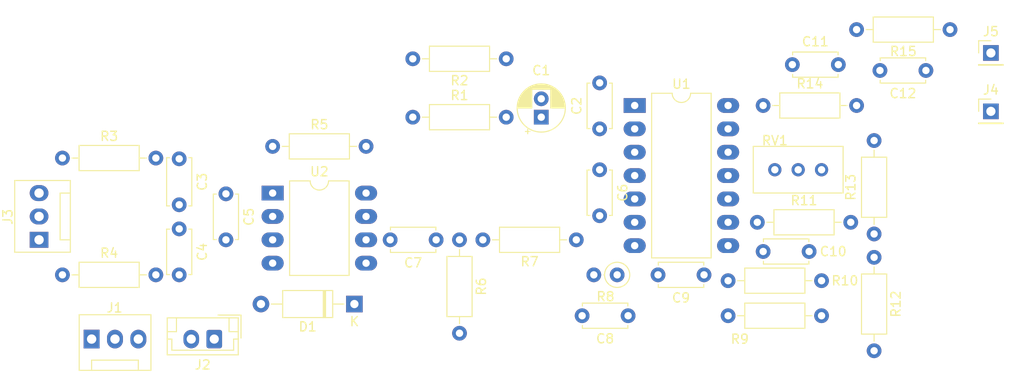
<source format=kicad_pcb>
(kicad_pcb (version 20171130) (host pcbnew "(5.1.2)-1")

  (general
    (thickness 1.6)
    (drawings 0)
    (tracks 0)
    (zones 0)
    (modules 36)
    (nets 24)
  )

  (page A4)
  (layers
    (0 F.Cu signal)
    (31 B.Cu signal)
    (32 B.Adhes user)
    (33 F.Adhes user)
    (34 B.Paste user)
    (35 F.Paste user)
    (36 B.SilkS user)
    (37 F.SilkS user)
    (38 B.Mask user)
    (39 F.Mask user)
    (40 Dwgs.User user)
    (41 Cmts.User user)
    (42 Eco1.User user)
    (43 Eco2.User user)
    (44 Edge.Cuts user)
    (45 Margin user)
    (46 B.CrtYd user)
    (47 F.CrtYd user)
    (48 B.Fab user)
    (49 F.Fab user)
  )

  (setup
    (last_trace_width 0.25)
    (trace_clearance 0.2)
    (zone_clearance 0.508)
    (zone_45_only no)
    (trace_min 0.2)
    (via_size 0.8)
    (via_drill 0.4)
    (via_min_size 0.4)
    (via_min_drill 0.3)
    (uvia_size 0.3)
    (uvia_drill 0.1)
    (uvias_allowed no)
    (uvia_min_size 0.2)
    (uvia_min_drill 0.1)
    (edge_width 0.05)
    (segment_width 0.2)
    (pcb_text_width 0.3)
    (pcb_text_size 1.5 1.5)
    (mod_edge_width 0.12)
    (mod_text_size 1 1)
    (mod_text_width 0.15)
    (pad_size 1.524 1.524)
    (pad_drill 0.762)
    (pad_to_mask_clearance 0.051)
    (solder_mask_min_width 0.25)
    (aux_axis_origin 0 0)
    (visible_elements 7FFFFFFF)
    (pcbplotparams
      (layerselection 0x010fc_ffffffff)
      (usegerberextensions false)
      (usegerberattributes false)
      (usegerberadvancedattributes false)
      (creategerberjobfile false)
      (excludeedgelayer true)
      (linewidth 0.100000)
      (plotframeref false)
      (viasonmask false)
      (mode 1)
      (useauxorigin false)
      (hpglpennumber 1)
      (hpglpenspeed 20)
      (hpglpendiameter 15.000000)
      (psnegative false)
      (psa4output false)
      (plotreference true)
      (plotvalue true)
      (plotinvisibletext false)
      (padsonsilk false)
      (subtractmaskfromsilk false)
      (outputformat 1)
      (mirror false)
      (drillshape 1)
      (scaleselection 1)
      (outputdirectory ""))
  )

  (net 0 "")
  (net 1 "Net-(C1-Pad1)")
  (net 2 GND)
  (net 3 "Net-(C3-Pad1)")
  (net 4 "Net-(C4-Pad2)")
  (net 5 VCC)
  (net 6 "Net-(C7-Pad2)")
  (net 7 "Net-(C7-Pad1)")
  (net 8 "Net-(C8-Pad1)")
  (net 9 "Net-(C8-Pad2)")
  (net 10 "Net-(C9-Pad1)")
  (net 11 "Net-(C10-Pad2)")
  (net 12 "Net-(C10-Pad1)")
  (net 13 "Net-(C11-Pad2)")
  (net 14 "Net-(C11-Pad1)")
  (net 15 "Net-(C12-Pad1)")
  (net 16 +VDC)
  (net 17 "Net-(J3-Pad1)")
  (net 18 "Net-(J3-Pad3)")
  (net 19 "Net-(R5-Pad1)")
  (net 20 "Net-(R5-Pad2)")
  (net 21 "Net-(R10-Pad1)")
  (net 22 "Net-(R11-Pad2)")
  (net 23 VMEM)

  (net_class Default "Esta es la clase de red por defecto."
    (clearance 0.2)
    (trace_width 0.25)
    (via_dia 0.8)
    (via_drill 0.4)
    (uvia_dia 0.3)
    (uvia_drill 0.1)
    (add_net +VDC)
    (add_net GND)
    (add_net "Net-(C1-Pad1)")
    (add_net "Net-(C10-Pad1)")
    (add_net "Net-(C10-Pad2)")
    (add_net "Net-(C11-Pad1)")
    (add_net "Net-(C11-Pad2)")
    (add_net "Net-(C12-Pad1)")
    (add_net "Net-(C3-Pad1)")
    (add_net "Net-(C4-Pad2)")
    (add_net "Net-(C7-Pad1)")
    (add_net "Net-(C7-Pad2)")
    (add_net "Net-(C8-Pad1)")
    (add_net "Net-(C8-Pad2)")
    (add_net "Net-(C9-Pad1)")
    (add_net "Net-(J3-Pad1)")
    (add_net "Net-(J3-Pad3)")
    (add_net "Net-(R10-Pad1)")
    (add_net "Net-(R11-Pad2)")
    (add_net "Net-(R5-Pad1)")
    (add_net "Net-(R5-Pad2)")
    (add_net "Net-(RV1-Pad3)")
    (add_net VCC)
    (add_net VMEM)
  )

  (module Capacitor_THT:CP_Radial_D5.0mm_P2.00mm (layer F.Cu) (tedit 5AE50EF0) (tstamp 5CFF653E)
    (at 120.015 93.98 90)
    (descr "CP, Radial series, Radial, pin pitch=2.00mm, , diameter=5mm, Electrolytic Capacitor")
    (tags "CP Radial series Radial pin pitch 2.00mm  diameter 5mm Electrolytic Capacitor")
    (path /5D03A277)
    (fp_text reference C1 (at 5.08 0) (layer F.SilkS)
      (effects (font (size 1 1) (thickness 0.15)))
    )
    (fp_text value 47uF (at 1 3.75 90) (layer F.Fab)
      (effects (font (size 1 1) (thickness 0.15)))
    )
    (fp_circle (center 1 0) (end 3.5 0) (layer F.Fab) (width 0.1))
    (fp_circle (center 1 0) (end 3.62 0) (layer F.SilkS) (width 0.12))
    (fp_circle (center 1 0) (end 3.75 0) (layer F.CrtYd) (width 0.05))
    (fp_line (start -1.133605 -1.0875) (end -0.633605 -1.0875) (layer F.Fab) (width 0.1))
    (fp_line (start -0.883605 -1.3375) (end -0.883605 -0.8375) (layer F.Fab) (width 0.1))
    (fp_line (start 1 1.04) (end 1 2.58) (layer F.SilkS) (width 0.12))
    (fp_line (start 1 -2.58) (end 1 -1.04) (layer F.SilkS) (width 0.12))
    (fp_line (start 1.04 1.04) (end 1.04 2.58) (layer F.SilkS) (width 0.12))
    (fp_line (start 1.04 -2.58) (end 1.04 -1.04) (layer F.SilkS) (width 0.12))
    (fp_line (start 1.08 -2.579) (end 1.08 -1.04) (layer F.SilkS) (width 0.12))
    (fp_line (start 1.08 1.04) (end 1.08 2.579) (layer F.SilkS) (width 0.12))
    (fp_line (start 1.12 -2.578) (end 1.12 -1.04) (layer F.SilkS) (width 0.12))
    (fp_line (start 1.12 1.04) (end 1.12 2.578) (layer F.SilkS) (width 0.12))
    (fp_line (start 1.16 -2.576) (end 1.16 -1.04) (layer F.SilkS) (width 0.12))
    (fp_line (start 1.16 1.04) (end 1.16 2.576) (layer F.SilkS) (width 0.12))
    (fp_line (start 1.2 -2.573) (end 1.2 -1.04) (layer F.SilkS) (width 0.12))
    (fp_line (start 1.2 1.04) (end 1.2 2.573) (layer F.SilkS) (width 0.12))
    (fp_line (start 1.24 -2.569) (end 1.24 -1.04) (layer F.SilkS) (width 0.12))
    (fp_line (start 1.24 1.04) (end 1.24 2.569) (layer F.SilkS) (width 0.12))
    (fp_line (start 1.28 -2.565) (end 1.28 -1.04) (layer F.SilkS) (width 0.12))
    (fp_line (start 1.28 1.04) (end 1.28 2.565) (layer F.SilkS) (width 0.12))
    (fp_line (start 1.32 -2.561) (end 1.32 -1.04) (layer F.SilkS) (width 0.12))
    (fp_line (start 1.32 1.04) (end 1.32 2.561) (layer F.SilkS) (width 0.12))
    (fp_line (start 1.36 -2.556) (end 1.36 -1.04) (layer F.SilkS) (width 0.12))
    (fp_line (start 1.36 1.04) (end 1.36 2.556) (layer F.SilkS) (width 0.12))
    (fp_line (start 1.4 -2.55) (end 1.4 -1.04) (layer F.SilkS) (width 0.12))
    (fp_line (start 1.4 1.04) (end 1.4 2.55) (layer F.SilkS) (width 0.12))
    (fp_line (start 1.44 -2.543) (end 1.44 -1.04) (layer F.SilkS) (width 0.12))
    (fp_line (start 1.44 1.04) (end 1.44 2.543) (layer F.SilkS) (width 0.12))
    (fp_line (start 1.48 -2.536) (end 1.48 -1.04) (layer F.SilkS) (width 0.12))
    (fp_line (start 1.48 1.04) (end 1.48 2.536) (layer F.SilkS) (width 0.12))
    (fp_line (start 1.52 -2.528) (end 1.52 -1.04) (layer F.SilkS) (width 0.12))
    (fp_line (start 1.52 1.04) (end 1.52 2.528) (layer F.SilkS) (width 0.12))
    (fp_line (start 1.56 -2.52) (end 1.56 -1.04) (layer F.SilkS) (width 0.12))
    (fp_line (start 1.56 1.04) (end 1.56 2.52) (layer F.SilkS) (width 0.12))
    (fp_line (start 1.6 -2.511) (end 1.6 -1.04) (layer F.SilkS) (width 0.12))
    (fp_line (start 1.6 1.04) (end 1.6 2.511) (layer F.SilkS) (width 0.12))
    (fp_line (start 1.64 -2.501) (end 1.64 -1.04) (layer F.SilkS) (width 0.12))
    (fp_line (start 1.64 1.04) (end 1.64 2.501) (layer F.SilkS) (width 0.12))
    (fp_line (start 1.68 -2.491) (end 1.68 -1.04) (layer F.SilkS) (width 0.12))
    (fp_line (start 1.68 1.04) (end 1.68 2.491) (layer F.SilkS) (width 0.12))
    (fp_line (start 1.721 -2.48) (end 1.721 -1.04) (layer F.SilkS) (width 0.12))
    (fp_line (start 1.721 1.04) (end 1.721 2.48) (layer F.SilkS) (width 0.12))
    (fp_line (start 1.761 -2.468) (end 1.761 -1.04) (layer F.SilkS) (width 0.12))
    (fp_line (start 1.761 1.04) (end 1.761 2.468) (layer F.SilkS) (width 0.12))
    (fp_line (start 1.801 -2.455) (end 1.801 -1.04) (layer F.SilkS) (width 0.12))
    (fp_line (start 1.801 1.04) (end 1.801 2.455) (layer F.SilkS) (width 0.12))
    (fp_line (start 1.841 -2.442) (end 1.841 -1.04) (layer F.SilkS) (width 0.12))
    (fp_line (start 1.841 1.04) (end 1.841 2.442) (layer F.SilkS) (width 0.12))
    (fp_line (start 1.881 -2.428) (end 1.881 -1.04) (layer F.SilkS) (width 0.12))
    (fp_line (start 1.881 1.04) (end 1.881 2.428) (layer F.SilkS) (width 0.12))
    (fp_line (start 1.921 -2.414) (end 1.921 -1.04) (layer F.SilkS) (width 0.12))
    (fp_line (start 1.921 1.04) (end 1.921 2.414) (layer F.SilkS) (width 0.12))
    (fp_line (start 1.961 -2.398) (end 1.961 -1.04) (layer F.SilkS) (width 0.12))
    (fp_line (start 1.961 1.04) (end 1.961 2.398) (layer F.SilkS) (width 0.12))
    (fp_line (start 2.001 -2.382) (end 2.001 -1.04) (layer F.SilkS) (width 0.12))
    (fp_line (start 2.001 1.04) (end 2.001 2.382) (layer F.SilkS) (width 0.12))
    (fp_line (start 2.041 -2.365) (end 2.041 -1.04) (layer F.SilkS) (width 0.12))
    (fp_line (start 2.041 1.04) (end 2.041 2.365) (layer F.SilkS) (width 0.12))
    (fp_line (start 2.081 -2.348) (end 2.081 -1.04) (layer F.SilkS) (width 0.12))
    (fp_line (start 2.081 1.04) (end 2.081 2.348) (layer F.SilkS) (width 0.12))
    (fp_line (start 2.121 -2.329) (end 2.121 -1.04) (layer F.SilkS) (width 0.12))
    (fp_line (start 2.121 1.04) (end 2.121 2.329) (layer F.SilkS) (width 0.12))
    (fp_line (start 2.161 -2.31) (end 2.161 -1.04) (layer F.SilkS) (width 0.12))
    (fp_line (start 2.161 1.04) (end 2.161 2.31) (layer F.SilkS) (width 0.12))
    (fp_line (start 2.201 -2.29) (end 2.201 -1.04) (layer F.SilkS) (width 0.12))
    (fp_line (start 2.201 1.04) (end 2.201 2.29) (layer F.SilkS) (width 0.12))
    (fp_line (start 2.241 -2.268) (end 2.241 -1.04) (layer F.SilkS) (width 0.12))
    (fp_line (start 2.241 1.04) (end 2.241 2.268) (layer F.SilkS) (width 0.12))
    (fp_line (start 2.281 -2.247) (end 2.281 -1.04) (layer F.SilkS) (width 0.12))
    (fp_line (start 2.281 1.04) (end 2.281 2.247) (layer F.SilkS) (width 0.12))
    (fp_line (start 2.321 -2.224) (end 2.321 -1.04) (layer F.SilkS) (width 0.12))
    (fp_line (start 2.321 1.04) (end 2.321 2.224) (layer F.SilkS) (width 0.12))
    (fp_line (start 2.361 -2.2) (end 2.361 -1.04) (layer F.SilkS) (width 0.12))
    (fp_line (start 2.361 1.04) (end 2.361 2.2) (layer F.SilkS) (width 0.12))
    (fp_line (start 2.401 -2.175) (end 2.401 -1.04) (layer F.SilkS) (width 0.12))
    (fp_line (start 2.401 1.04) (end 2.401 2.175) (layer F.SilkS) (width 0.12))
    (fp_line (start 2.441 -2.149) (end 2.441 -1.04) (layer F.SilkS) (width 0.12))
    (fp_line (start 2.441 1.04) (end 2.441 2.149) (layer F.SilkS) (width 0.12))
    (fp_line (start 2.481 -2.122) (end 2.481 -1.04) (layer F.SilkS) (width 0.12))
    (fp_line (start 2.481 1.04) (end 2.481 2.122) (layer F.SilkS) (width 0.12))
    (fp_line (start 2.521 -2.095) (end 2.521 -1.04) (layer F.SilkS) (width 0.12))
    (fp_line (start 2.521 1.04) (end 2.521 2.095) (layer F.SilkS) (width 0.12))
    (fp_line (start 2.561 -2.065) (end 2.561 -1.04) (layer F.SilkS) (width 0.12))
    (fp_line (start 2.561 1.04) (end 2.561 2.065) (layer F.SilkS) (width 0.12))
    (fp_line (start 2.601 -2.035) (end 2.601 -1.04) (layer F.SilkS) (width 0.12))
    (fp_line (start 2.601 1.04) (end 2.601 2.035) (layer F.SilkS) (width 0.12))
    (fp_line (start 2.641 -2.004) (end 2.641 -1.04) (layer F.SilkS) (width 0.12))
    (fp_line (start 2.641 1.04) (end 2.641 2.004) (layer F.SilkS) (width 0.12))
    (fp_line (start 2.681 -1.971) (end 2.681 -1.04) (layer F.SilkS) (width 0.12))
    (fp_line (start 2.681 1.04) (end 2.681 1.971) (layer F.SilkS) (width 0.12))
    (fp_line (start 2.721 -1.937) (end 2.721 -1.04) (layer F.SilkS) (width 0.12))
    (fp_line (start 2.721 1.04) (end 2.721 1.937) (layer F.SilkS) (width 0.12))
    (fp_line (start 2.761 -1.901) (end 2.761 -1.04) (layer F.SilkS) (width 0.12))
    (fp_line (start 2.761 1.04) (end 2.761 1.901) (layer F.SilkS) (width 0.12))
    (fp_line (start 2.801 -1.864) (end 2.801 -1.04) (layer F.SilkS) (width 0.12))
    (fp_line (start 2.801 1.04) (end 2.801 1.864) (layer F.SilkS) (width 0.12))
    (fp_line (start 2.841 -1.826) (end 2.841 -1.04) (layer F.SilkS) (width 0.12))
    (fp_line (start 2.841 1.04) (end 2.841 1.826) (layer F.SilkS) (width 0.12))
    (fp_line (start 2.881 -1.785) (end 2.881 -1.04) (layer F.SilkS) (width 0.12))
    (fp_line (start 2.881 1.04) (end 2.881 1.785) (layer F.SilkS) (width 0.12))
    (fp_line (start 2.921 -1.743) (end 2.921 -1.04) (layer F.SilkS) (width 0.12))
    (fp_line (start 2.921 1.04) (end 2.921 1.743) (layer F.SilkS) (width 0.12))
    (fp_line (start 2.961 -1.699) (end 2.961 -1.04) (layer F.SilkS) (width 0.12))
    (fp_line (start 2.961 1.04) (end 2.961 1.699) (layer F.SilkS) (width 0.12))
    (fp_line (start 3.001 -1.653) (end 3.001 -1.04) (layer F.SilkS) (width 0.12))
    (fp_line (start 3.001 1.04) (end 3.001 1.653) (layer F.SilkS) (width 0.12))
    (fp_line (start 3.041 -1.605) (end 3.041 1.605) (layer F.SilkS) (width 0.12))
    (fp_line (start 3.081 -1.554) (end 3.081 1.554) (layer F.SilkS) (width 0.12))
    (fp_line (start 3.121 -1.5) (end 3.121 1.5) (layer F.SilkS) (width 0.12))
    (fp_line (start 3.161 -1.443) (end 3.161 1.443) (layer F.SilkS) (width 0.12))
    (fp_line (start 3.201 -1.383) (end 3.201 1.383) (layer F.SilkS) (width 0.12))
    (fp_line (start 3.241 -1.319) (end 3.241 1.319) (layer F.SilkS) (width 0.12))
    (fp_line (start 3.281 -1.251) (end 3.281 1.251) (layer F.SilkS) (width 0.12))
    (fp_line (start 3.321 -1.178) (end 3.321 1.178) (layer F.SilkS) (width 0.12))
    (fp_line (start 3.361 -1.098) (end 3.361 1.098) (layer F.SilkS) (width 0.12))
    (fp_line (start 3.401 -1.011) (end 3.401 1.011) (layer F.SilkS) (width 0.12))
    (fp_line (start 3.441 -0.915) (end 3.441 0.915) (layer F.SilkS) (width 0.12))
    (fp_line (start 3.481 -0.805) (end 3.481 0.805) (layer F.SilkS) (width 0.12))
    (fp_line (start 3.521 -0.677) (end 3.521 0.677) (layer F.SilkS) (width 0.12))
    (fp_line (start 3.561 -0.518) (end 3.561 0.518) (layer F.SilkS) (width 0.12))
    (fp_line (start 3.601 -0.284) (end 3.601 0.284) (layer F.SilkS) (width 0.12))
    (fp_line (start -1.804775 -1.475) (end -1.304775 -1.475) (layer F.SilkS) (width 0.12))
    (fp_line (start -1.554775 -1.725) (end -1.554775 -1.225) (layer F.SilkS) (width 0.12))
    (fp_text user %R (at 1 0 90) (layer F.Fab)
      (effects (font (size 1 1) (thickness 0.15)))
    )
    (pad 1 thru_hole rect (at 0 0 90) (size 1.6 1.6) (drill 0.8) (layers *.Cu *.Mask)
      (net 1 "Net-(C1-Pad1)"))
    (pad 2 thru_hole circle (at 2 0 90) (size 1.6 1.6) (drill 0.8) (layers *.Cu *.Mask)
      (net 2 GND))
    (model ${KISYS3DMOD}/Capacitor_THT.3dshapes/CP_Radial_D5.0mm_P2.00mm.wrl
      (at (xyz 0 0 0))
      (scale (xyz 1 1 1))
      (rotate (xyz 0 0 0))
    )
  )

  (module Capacitor_THT:C_Disc_D4.7mm_W2.5mm_P5.00mm (layer F.Cu) (tedit 5AE50EF0) (tstamp 5CFF6553)
    (at 126.365 95.25 90)
    (descr "C, Disc series, Radial, pin pitch=5.00mm, , diameter*width=4.7*2.5mm^2, Capacitor, http://www.vishay.com/docs/45233/krseries.pdf")
    (tags "C Disc series Radial pin pitch 5.00mm  diameter 4.7mm width 2.5mm Capacitor")
    (path /5D0CEBB0)
    (fp_text reference C2 (at 2.5 -2.5 90) (layer F.SilkS)
      (effects (font (size 1 1) (thickness 0.15)))
    )
    (fp_text value 100nF (at 2.5 2.5 90) (layer F.Fab)
      (effects (font (size 1 1) (thickness 0.15)))
    )
    (fp_text user %R (at 2.5 0 90) (layer F.Fab)
      (effects (font (size 0.94 0.94) (thickness 0.141)))
    )
    (fp_line (start 6.05 -1.5) (end -1.05 -1.5) (layer F.CrtYd) (width 0.05))
    (fp_line (start 6.05 1.5) (end 6.05 -1.5) (layer F.CrtYd) (width 0.05))
    (fp_line (start -1.05 1.5) (end 6.05 1.5) (layer F.CrtYd) (width 0.05))
    (fp_line (start -1.05 -1.5) (end -1.05 1.5) (layer F.CrtYd) (width 0.05))
    (fp_line (start 4.97 1.055) (end 4.97 1.37) (layer F.SilkS) (width 0.12))
    (fp_line (start 4.97 -1.37) (end 4.97 -1.055) (layer F.SilkS) (width 0.12))
    (fp_line (start 0.03 1.055) (end 0.03 1.37) (layer F.SilkS) (width 0.12))
    (fp_line (start 0.03 -1.37) (end 0.03 -1.055) (layer F.SilkS) (width 0.12))
    (fp_line (start 0.03 1.37) (end 4.97 1.37) (layer F.SilkS) (width 0.12))
    (fp_line (start 0.03 -1.37) (end 4.97 -1.37) (layer F.SilkS) (width 0.12))
    (fp_line (start 4.85 -1.25) (end 0.15 -1.25) (layer F.Fab) (width 0.1))
    (fp_line (start 4.85 1.25) (end 4.85 -1.25) (layer F.Fab) (width 0.1))
    (fp_line (start 0.15 1.25) (end 4.85 1.25) (layer F.Fab) (width 0.1))
    (fp_line (start 0.15 -1.25) (end 0.15 1.25) (layer F.Fab) (width 0.1))
    (pad 2 thru_hole circle (at 5 0 90) (size 1.6 1.6) (drill 0.8) (layers *.Cu *.Mask)
      (net 2 GND))
    (pad 1 thru_hole circle (at 0 0 90) (size 1.6 1.6) (drill 0.8) (layers *.Cu *.Mask)
      (net 1 "Net-(C1-Pad1)"))
    (model ${KISYS3DMOD}/Capacitor_THT.3dshapes/C_Disc_D4.7mm_W2.5mm_P5.00mm.wrl
      (at (xyz 0 0 0))
      (scale (xyz 1 1 1))
      (rotate (xyz 0 0 0))
    )
  )

  (module Capacitor_THT:C_Disc_D5.0mm_W2.5mm_P5.00mm (layer F.Cu) (tedit 5AE50EF0) (tstamp 5CFF6568)
    (at 80.645 98.505 270)
    (descr "C, Disc series, Radial, pin pitch=5.00mm, , diameter*width=5*2.5mm^2, Capacitor, http://cdn-reichelt.de/documents/datenblatt/B300/DS_KERKO_TC.pdf")
    (tags "C Disc series Radial pin pitch 5.00mm  diameter 5mm width 2.5mm Capacitor")
    (path /5CFE8389)
    (fp_text reference C3 (at 2.5 -2.5 90) (layer F.SilkS)
      (effects (font (size 1 1) (thickness 0.15)))
    )
    (fp_text value 1nF (at 2.5 2.5 90) (layer F.Fab)
      (effects (font (size 1 1) (thickness 0.15)))
    )
    (fp_line (start 0 -1.25) (end 0 1.25) (layer F.Fab) (width 0.1))
    (fp_line (start 0 1.25) (end 5 1.25) (layer F.Fab) (width 0.1))
    (fp_line (start 5 1.25) (end 5 -1.25) (layer F.Fab) (width 0.1))
    (fp_line (start 5 -1.25) (end 0 -1.25) (layer F.Fab) (width 0.1))
    (fp_line (start -0.12 -1.37) (end 5.12 -1.37) (layer F.SilkS) (width 0.12))
    (fp_line (start -0.12 1.37) (end 5.12 1.37) (layer F.SilkS) (width 0.12))
    (fp_line (start -0.12 -1.37) (end -0.12 -1.055) (layer F.SilkS) (width 0.12))
    (fp_line (start -0.12 1.055) (end -0.12 1.37) (layer F.SilkS) (width 0.12))
    (fp_line (start 5.12 -1.37) (end 5.12 -1.055) (layer F.SilkS) (width 0.12))
    (fp_line (start 5.12 1.055) (end 5.12 1.37) (layer F.SilkS) (width 0.12))
    (fp_line (start -1.05 -1.5) (end -1.05 1.5) (layer F.CrtYd) (width 0.05))
    (fp_line (start -1.05 1.5) (end 6.05 1.5) (layer F.CrtYd) (width 0.05))
    (fp_line (start 6.05 1.5) (end 6.05 -1.5) (layer F.CrtYd) (width 0.05))
    (fp_line (start 6.05 -1.5) (end -1.05 -1.5) (layer F.CrtYd) (width 0.05))
    (fp_text user %R (at 2.5 0 90) (layer F.Fab)
      (effects (font (size 1 1) (thickness 0.15)))
    )
    (pad 1 thru_hole circle (at 0 0 270) (size 1.6 1.6) (drill 0.8) (layers *.Cu *.Mask)
      (net 3 "Net-(C3-Pad1)"))
    (pad 2 thru_hole circle (at 5 0 270) (size 1.6 1.6) (drill 0.8) (layers *.Cu *.Mask)
      (net 2 GND))
    (model ${KISYS3DMOD}/Capacitor_THT.3dshapes/C_Disc_D5.0mm_W2.5mm_P5.00mm.wrl
      (at (xyz 0 0 0))
      (scale (xyz 1 1 1))
      (rotate (xyz 0 0 0))
    )
  )

  (module Capacitor_THT:C_Disc_D4.7mm_W2.5mm_P5.00mm (layer F.Cu) (tedit 5AE50EF0) (tstamp 5CFF657D)
    (at 80.645 106.125 270)
    (descr "C, Disc series, Radial, pin pitch=5.00mm, , diameter*width=4.7*2.5mm^2, Capacitor, http://www.vishay.com/docs/45233/krseries.pdf")
    (tags "C Disc series Radial pin pitch 5.00mm  diameter 4.7mm width 2.5mm Capacitor")
    (path /5CFE886A)
    (fp_text reference C4 (at 2.5 -2.5 90) (layer F.SilkS)
      (effects (font (size 1 1) (thickness 0.15)))
    )
    (fp_text value 1nF (at 2.5 2.5 90) (layer F.Fab)
      (effects (font (size 1 1) (thickness 0.15)))
    )
    (fp_line (start 0.15 -1.25) (end 0.15 1.25) (layer F.Fab) (width 0.1))
    (fp_line (start 0.15 1.25) (end 4.85 1.25) (layer F.Fab) (width 0.1))
    (fp_line (start 4.85 1.25) (end 4.85 -1.25) (layer F.Fab) (width 0.1))
    (fp_line (start 4.85 -1.25) (end 0.15 -1.25) (layer F.Fab) (width 0.1))
    (fp_line (start 0.03 -1.37) (end 4.97 -1.37) (layer F.SilkS) (width 0.12))
    (fp_line (start 0.03 1.37) (end 4.97 1.37) (layer F.SilkS) (width 0.12))
    (fp_line (start 0.03 -1.37) (end 0.03 -1.055) (layer F.SilkS) (width 0.12))
    (fp_line (start 0.03 1.055) (end 0.03 1.37) (layer F.SilkS) (width 0.12))
    (fp_line (start 4.97 -1.37) (end 4.97 -1.055) (layer F.SilkS) (width 0.12))
    (fp_line (start 4.97 1.055) (end 4.97 1.37) (layer F.SilkS) (width 0.12))
    (fp_line (start -1.05 -1.5) (end -1.05 1.5) (layer F.CrtYd) (width 0.05))
    (fp_line (start -1.05 1.5) (end 6.05 1.5) (layer F.CrtYd) (width 0.05))
    (fp_line (start 6.05 1.5) (end 6.05 -1.5) (layer F.CrtYd) (width 0.05))
    (fp_line (start 6.05 -1.5) (end -1.05 -1.5) (layer F.CrtYd) (width 0.05))
    (fp_text user %R (at 2.5 0 90) (layer F.Fab)
      (effects (font (size 0.94 0.94) (thickness 0.141)))
    )
    (pad 1 thru_hole circle (at 0 0 270) (size 1.6 1.6) (drill 0.8) (layers *.Cu *.Mask)
      (net 2 GND))
    (pad 2 thru_hole circle (at 5 0 270) (size 1.6 1.6) (drill 0.8) (layers *.Cu *.Mask)
      (net 4 "Net-(C4-Pad2)"))
    (model ${KISYS3DMOD}/Capacitor_THT.3dshapes/C_Disc_D4.7mm_W2.5mm_P5.00mm.wrl
      (at (xyz 0 0 0))
      (scale (xyz 1 1 1))
      (rotate (xyz 0 0 0))
    )
  )

  (module Capacitor_THT:C_Disc_D4.7mm_W2.5mm_P5.00mm (layer F.Cu) (tedit 5AE50EF0) (tstamp 5CFF6592)
    (at 85.725 102.315 270)
    (descr "C, Disc series, Radial, pin pitch=5.00mm, , diameter*width=4.7*2.5mm^2, Capacitor, http://www.vishay.com/docs/45233/krseries.pdf")
    (tags "C Disc series Radial pin pitch 5.00mm  diameter 4.7mm width 2.5mm Capacitor")
    (path /5CFE6C4F)
    (fp_text reference C5 (at 2.5 -2.5 90) (layer F.SilkS)
      (effects (font (size 1 1) (thickness 0.15)))
    )
    (fp_text value 10nF (at 2.5 2.5 90) (layer F.Fab)
      (effects (font (size 1 1) (thickness 0.15)))
    )
    (fp_line (start 0.15 -1.25) (end 0.15 1.25) (layer F.Fab) (width 0.1))
    (fp_line (start 0.15 1.25) (end 4.85 1.25) (layer F.Fab) (width 0.1))
    (fp_line (start 4.85 1.25) (end 4.85 -1.25) (layer F.Fab) (width 0.1))
    (fp_line (start 4.85 -1.25) (end 0.15 -1.25) (layer F.Fab) (width 0.1))
    (fp_line (start 0.03 -1.37) (end 4.97 -1.37) (layer F.SilkS) (width 0.12))
    (fp_line (start 0.03 1.37) (end 4.97 1.37) (layer F.SilkS) (width 0.12))
    (fp_line (start 0.03 -1.37) (end 0.03 -1.055) (layer F.SilkS) (width 0.12))
    (fp_line (start 0.03 1.055) (end 0.03 1.37) (layer F.SilkS) (width 0.12))
    (fp_line (start 4.97 -1.37) (end 4.97 -1.055) (layer F.SilkS) (width 0.12))
    (fp_line (start 4.97 1.055) (end 4.97 1.37) (layer F.SilkS) (width 0.12))
    (fp_line (start -1.05 -1.5) (end -1.05 1.5) (layer F.CrtYd) (width 0.05))
    (fp_line (start -1.05 1.5) (end 6.05 1.5) (layer F.CrtYd) (width 0.05))
    (fp_line (start 6.05 1.5) (end 6.05 -1.5) (layer F.CrtYd) (width 0.05))
    (fp_line (start 6.05 -1.5) (end -1.05 -1.5) (layer F.CrtYd) (width 0.05))
    (fp_text user %R (at 2.5 0 90) (layer F.Fab)
      (effects (font (size 0.94 0.94) (thickness 0.141)))
    )
    (pad 1 thru_hole circle (at 0 0 270) (size 1.6 1.6) (drill 0.8) (layers *.Cu *.Mask)
      (net 3 "Net-(C3-Pad1)"))
    (pad 2 thru_hole circle (at 5 0 270) (size 1.6 1.6) (drill 0.8) (layers *.Cu *.Mask)
      (net 4 "Net-(C4-Pad2)"))
    (model ${KISYS3DMOD}/Capacitor_THT.3dshapes/C_Disc_D4.7mm_W2.5mm_P5.00mm.wrl
      (at (xyz 0 0 0))
      (scale (xyz 1 1 1))
      (rotate (xyz 0 0 0))
    )
  )

  (module Capacitor_THT:C_Disc_D4.7mm_W2.5mm_P5.00mm (layer F.Cu) (tedit 5AE50EF0) (tstamp 5CFF65A7)
    (at 126.365 99.695 270)
    (descr "C, Disc series, Radial, pin pitch=5.00mm, , diameter*width=4.7*2.5mm^2, Capacitor, http://www.vishay.com/docs/45233/krseries.pdf")
    (tags "C Disc series Radial pin pitch 5.00mm  diameter 4.7mm width 2.5mm Capacitor")
    (path /5CFEF362)
    (fp_text reference C6 (at 2.5 -2.5 90) (layer F.SilkS)
      (effects (font (size 1 1) (thickness 0.15)))
    )
    (fp_text value 100nF (at 2.5 2.5 90) (layer F.Fab)
      (effects (font (size 1 1) (thickness 0.15)))
    )
    (fp_line (start 0.15 -1.25) (end 0.15 1.25) (layer F.Fab) (width 0.1))
    (fp_line (start 0.15 1.25) (end 4.85 1.25) (layer F.Fab) (width 0.1))
    (fp_line (start 4.85 1.25) (end 4.85 -1.25) (layer F.Fab) (width 0.1))
    (fp_line (start 4.85 -1.25) (end 0.15 -1.25) (layer F.Fab) (width 0.1))
    (fp_line (start 0.03 -1.37) (end 4.97 -1.37) (layer F.SilkS) (width 0.12))
    (fp_line (start 0.03 1.37) (end 4.97 1.37) (layer F.SilkS) (width 0.12))
    (fp_line (start 0.03 -1.37) (end 0.03 -1.055) (layer F.SilkS) (width 0.12))
    (fp_line (start 0.03 1.055) (end 0.03 1.37) (layer F.SilkS) (width 0.12))
    (fp_line (start 4.97 -1.37) (end 4.97 -1.055) (layer F.SilkS) (width 0.12))
    (fp_line (start 4.97 1.055) (end 4.97 1.37) (layer F.SilkS) (width 0.12))
    (fp_line (start -1.05 -1.5) (end -1.05 1.5) (layer F.CrtYd) (width 0.05))
    (fp_line (start -1.05 1.5) (end 6.05 1.5) (layer F.CrtYd) (width 0.05))
    (fp_line (start 6.05 1.5) (end 6.05 -1.5) (layer F.CrtYd) (width 0.05))
    (fp_line (start 6.05 -1.5) (end -1.05 -1.5) (layer F.CrtYd) (width 0.05))
    (fp_text user %R (at 2.5 0 90) (layer F.Fab)
      (effects (font (size 0.94 0.94) (thickness 0.141)))
    )
    (pad 1 thru_hole circle (at 0 0 270) (size 1.6 1.6) (drill 0.8) (layers *.Cu *.Mask)
      (net 5 VCC))
    (pad 2 thru_hole circle (at 5 0 270) (size 1.6 1.6) (drill 0.8) (layers *.Cu *.Mask)
      (net 2 GND))
    (model ${KISYS3DMOD}/Capacitor_THT.3dshapes/C_Disc_D4.7mm_W2.5mm_P5.00mm.wrl
      (at (xyz 0 0 0))
      (scale (xyz 1 1 1))
      (rotate (xyz 0 0 0))
    )
  )

  (module Capacitor_THT:C_Disc_D4.7mm_W2.5mm_P5.00mm (layer F.Cu) (tedit 5AE50EF0) (tstamp 5CFF65BC)
    (at 108.585 107.315 180)
    (descr "C, Disc series, Radial, pin pitch=5.00mm, , diameter*width=4.7*2.5mm^2, Capacitor, http://www.vishay.com/docs/45233/krseries.pdf")
    (tags "C Disc series Radial pin pitch 5.00mm  diameter 4.7mm width 2.5mm Capacitor")
    (path /5CFF10FB)
    (fp_text reference C7 (at 2.5 -2.5) (layer F.SilkS)
      (effects (font (size 1 1) (thickness 0.15)))
    )
    (fp_text value 33nF (at 2.5 2.5) (layer F.Fab)
      (effects (font (size 1 1) (thickness 0.15)))
    )
    (fp_text user %R (at 2.5 0) (layer F.Fab)
      (effects (font (size 0.94 0.94) (thickness 0.141)))
    )
    (fp_line (start 6.05 -1.5) (end -1.05 -1.5) (layer F.CrtYd) (width 0.05))
    (fp_line (start 6.05 1.5) (end 6.05 -1.5) (layer F.CrtYd) (width 0.05))
    (fp_line (start -1.05 1.5) (end 6.05 1.5) (layer F.CrtYd) (width 0.05))
    (fp_line (start -1.05 -1.5) (end -1.05 1.5) (layer F.CrtYd) (width 0.05))
    (fp_line (start 4.97 1.055) (end 4.97 1.37) (layer F.SilkS) (width 0.12))
    (fp_line (start 4.97 -1.37) (end 4.97 -1.055) (layer F.SilkS) (width 0.12))
    (fp_line (start 0.03 1.055) (end 0.03 1.37) (layer F.SilkS) (width 0.12))
    (fp_line (start 0.03 -1.37) (end 0.03 -1.055) (layer F.SilkS) (width 0.12))
    (fp_line (start 0.03 1.37) (end 4.97 1.37) (layer F.SilkS) (width 0.12))
    (fp_line (start 0.03 -1.37) (end 4.97 -1.37) (layer F.SilkS) (width 0.12))
    (fp_line (start 4.85 -1.25) (end 0.15 -1.25) (layer F.Fab) (width 0.1))
    (fp_line (start 4.85 1.25) (end 4.85 -1.25) (layer F.Fab) (width 0.1))
    (fp_line (start 0.15 1.25) (end 4.85 1.25) (layer F.Fab) (width 0.1))
    (fp_line (start 0.15 -1.25) (end 0.15 1.25) (layer F.Fab) (width 0.1))
    (pad 2 thru_hole circle (at 5 0 180) (size 1.6 1.6) (drill 0.8) (layers *.Cu *.Mask)
      (net 6 "Net-(C7-Pad2)"))
    (pad 1 thru_hole circle (at 0 0 180) (size 1.6 1.6) (drill 0.8) (layers *.Cu *.Mask)
      (net 7 "Net-(C7-Pad1)"))
    (model ${KISYS3DMOD}/Capacitor_THT.3dshapes/C_Disc_D4.7mm_W2.5mm_P5.00mm.wrl
      (at (xyz 0 0 0))
      (scale (xyz 1 1 1))
      (rotate (xyz 0 0 0))
    )
  )

  (module Capacitor_THT:C_Disc_D4.7mm_W2.5mm_P5.00mm (layer F.Cu) (tedit 5AE50EF0) (tstamp 5CFF65D1)
    (at 129.46 115.57 180)
    (descr "C, Disc series, Radial, pin pitch=5.00mm, , diameter*width=4.7*2.5mm^2, Capacitor, http://www.vishay.com/docs/45233/krseries.pdf")
    (tags "C Disc series Radial pin pitch 5.00mm  diameter 4.7mm width 2.5mm Capacitor")
    (path /5CFFD123)
    (fp_text reference C8 (at 2.5 -2.5) (layer F.SilkS)
      (effects (font (size 1 1) (thickness 0.15)))
    )
    (fp_text value 3.9nF (at 2.5 2.5) (layer F.Fab)
      (effects (font (size 1 1) (thickness 0.15)))
    )
    (fp_line (start 0.15 -1.25) (end 0.15 1.25) (layer F.Fab) (width 0.1))
    (fp_line (start 0.15 1.25) (end 4.85 1.25) (layer F.Fab) (width 0.1))
    (fp_line (start 4.85 1.25) (end 4.85 -1.25) (layer F.Fab) (width 0.1))
    (fp_line (start 4.85 -1.25) (end 0.15 -1.25) (layer F.Fab) (width 0.1))
    (fp_line (start 0.03 -1.37) (end 4.97 -1.37) (layer F.SilkS) (width 0.12))
    (fp_line (start 0.03 1.37) (end 4.97 1.37) (layer F.SilkS) (width 0.12))
    (fp_line (start 0.03 -1.37) (end 0.03 -1.055) (layer F.SilkS) (width 0.12))
    (fp_line (start 0.03 1.055) (end 0.03 1.37) (layer F.SilkS) (width 0.12))
    (fp_line (start 4.97 -1.37) (end 4.97 -1.055) (layer F.SilkS) (width 0.12))
    (fp_line (start 4.97 1.055) (end 4.97 1.37) (layer F.SilkS) (width 0.12))
    (fp_line (start -1.05 -1.5) (end -1.05 1.5) (layer F.CrtYd) (width 0.05))
    (fp_line (start -1.05 1.5) (end 6.05 1.5) (layer F.CrtYd) (width 0.05))
    (fp_line (start 6.05 1.5) (end 6.05 -1.5) (layer F.CrtYd) (width 0.05))
    (fp_line (start 6.05 -1.5) (end -1.05 -1.5) (layer F.CrtYd) (width 0.05))
    (fp_text user %R (at 2.5 0) (layer F.Fab)
      (effects (font (size 0.94 0.94) (thickness 0.141)))
    )
    (pad 1 thru_hole circle (at 0 0 180) (size 1.6 1.6) (drill 0.8) (layers *.Cu *.Mask)
      (net 8 "Net-(C8-Pad1)"))
    (pad 2 thru_hole circle (at 5 0 180) (size 1.6 1.6) (drill 0.8) (layers *.Cu *.Mask)
      (net 9 "Net-(C8-Pad2)"))
    (model ${KISYS3DMOD}/Capacitor_THT.3dshapes/C_Disc_D4.7mm_W2.5mm_P5.00mm.wrl
      (at (xyz 0 0 0))
      (scale (xyz 1 1 1))
      (rotate (xyz 0 0 0))
    )
  )

  (module Capacitor_THT:C_Disc_D4.7mm_W2.5mm_P5.00mm (layer F.Cu) (tedit 5AE50EF0) (tstamp 5CFF65E6)
    (at 137.715 111.125 180)
    (descr "C, Disc series, Radial, pin pitch=5.00mm, , diameter*width=4.7*2.5mm^2, Capacitor, http://www.vishay.com/docs/45233/krseries.pdf")
    (tags "C Disc series Radial pin pitch 5.00mm  diameter 4.7mm width 2.5mm Capacitor")
    (path /5CFFF37C)
    (fp_text reference C9 (at 2.5 -2.5) (layer F.SilkS)
      (effects (font (size 1 1) (thickness 0.15)))
    )
    (fp_text value 33nF (at 2.5 2.5) (layer F.Fab)
      (effects (font (size 1 1) (thickness 0.15)))
    )
    (fp_line (start 0.15 -1.25) (end 0.15 1.25) (layer F.Fab) (width 0.1))
    (fp_line (start 0.15 1.25) (end 4.85 1.25) (layer F.Fab) (width 0.1))
    (fp_line (start 4.85 1.25) (end 4.85 -1.25) (layer F.Fab) (width 0.1))
    (fp_line (start 4.85 -1.25) (end 0.15 -1.25) (layer F.Fab) (width 0.1))
    (fp_line (start 0.03 -1.37) (end 4.97 -1.37) (layer F.SilkS) (width 0.12))
    (fp_line (start 0.03 1.37) (end 4.97 1.37) (layer F.SilkS) (width 0.12))
    (fp_line (start 0.03 -1.37) (end 0.03 -1.055) (layer F.SilkS) (width 0.12))
    (fp_line (start 0.03 1.055) (end 0.03 1.37) (layer F.SilkS) (width 0.12))
    (fp_line (start 4.97 -1.37) (end 4.97 -1.055) (layer F.SilkS) (width 0.12))
    (fp_line (start 4.97 1.055) (end 4.97 1.37) (layer F.SilkS) (width 0.12))
    (fp_line (start -1.05 -1.5) (end -1.05 1.5) (layer F.CrtYd) (width 0.05))
    (fp_line (start -1.05 1.5) (end 6.05 1.5) (layer F.CrtYd) (width 0.05))
    (fp_line (start 6.05 1.5) (end 6.05 -1.5) (layer F.CrtYd) (width 0.05))
    (fp_line (start 6.05 -1.5) (end -1.05 -1.5) (layer F.CrtYd) (width 0.05))
    (fp_text user %R (at 2.5 0) (layer F.Fab)
      (effects (font (size 0.94 0.94) (thickness 0.141)))
    )
    (pad 1 thru_hole circle (at 0 0 180) (size 1.6 1.6) (drill 0.8) (layers *.Cu *.Mask)
      (net 10 "Net-(C9-Pad1)"))
    (pad 2 thru_hole circle (at 5 0 180) (size 1.6 1.6) (drill 0.8) (layers *.Cu *.Mask)
      (net 8 "Net-(C8-Pad1)"))
    (model ${KISYS3DMOD}/Capacitor_THT.3dshapes/C_Disc_D4.7mm_W2.5mm_P5.00mm.wrl
      (at (xyz 0 0 0))
      (scale (xyz 1 1 1))
      (rotate (xyz 0 0 0))
    )
  )

  (module Capacitor_THT:C_Disc_D4.7mm_W2.5mm_P5.00mm (layer F.Cu) (tedit 5AE50EF0) (tstamp 5CFF65FB)
    (at 149.145 108.585 180)
    (descr "C, Disc series, Radial, pin pitch=5.00mm, , diameter*width=4.7*2.5mm^2, Capacitor, http://www.vishay.com/docs/45233/krseries.pdf")
    (tags "C Disc series Radial pin pitch 5.00mm  diameter 4.7mm width 2.5mm Capacitor")
    (path /5D00EF1A)
    (fp_text reference C10 (at -2.62 0) (layer F.SilkS)
      (effects (font (size 1 1) (thickness 0.15)))
    )
    (fp_text value 33nF (at 2.5 2.5) (layer F.Fab)
      (effects (font (size 1 1) (thickness 0.15)))
    )
    (fp_text user %R (at 2.5 0) (layer F.Fab)
      (effects (font (size 0.94 0.94) (thickness 0.141)))
    )
    (fp_line (start 6.05 -1.5) (end -1.05 -1.5) (layer F.CrtYd) (width 0.05))
    (fp_line (start 6.05 1.5) (end 6.05 -1.5) (layer F.CrtYd) (width 0.05))
    (fp_line (start -1.05 1.5) (end 6.05 1.5) (layer F.CrtYd) (width 0.05))
    (fp_line (start -1.05 -1.5) (end -1.05 1.5) (layer F.CrtYd) (width 0.05))
    (fp_line (start 4.97 1.055) (end 4.97 1.37) (layer F.SilkS) (width 0.12))
    (fp_line (start 4.97 -1.37) (end 4.97 -1.055) (layer F.SilkS) (width 0.12))
    (fp_line (start 0.03 1.055) (end 0.03 1.37) (layer F.SilkS) (width 0.12))
    (fp_line (start 0.03 -1.37) (end 0.03 -1.055) (layer F.SilkS) (width 0.12))
    (fp_line (start 0.03 1.37) (end 4.97 1.37) (layer F.SilkS) (width 0.12))
    (fp_line (start 0.03 -1.37) (end 4.97 -1.37) (layer F.SilkS) (width 0.12))
    (fp_line (start 4.85 -1.25) (end 0.15 -1.25) (layer F.Fab) (width 0.1))
    (fp_line (start 4.85 1.25) (end 4.85 -1.25) (layer F.Fab) (width 0.1))
    (fp_line (start 0.15 1.25) (end 4.85 1.25) (layer F.Fab) (width 0.1))
    (fp_line (start 0.15 -1.25) (end 0.15 1.25) (layer F.Fab) (width 0.1))
    (pad 2 thru_hole circle (at 5 0 180) (size 1.6 1.6) (drill 0.8) (layers *.Cu *.Mask)
      (net 11 "Net-(C10-Pad2)"))
    (pad 1 thru_hole circle (at 0 0 180) (size 1.6 1.6) (drill 0.8) (layers *.Cu *.Mask)
      (net 12 "Net-(C10-Pad1)"))
    (model ${KISYS3DMOD}/Capacitor_THT.3dshapes/C_Disc_D4.7mm_W2.5mm_P5.00mm.wrl
      (at (xyz 0 0 0))
      (scale (xyz 1 1 1))
      (rotate (xyz 0 0 0))
    )
  )

  (module Capacitor_THT:C_Disc_D4.7mm_W2.5mm_P5.00mm (layer F.Cu) (tedit 5AE50EF0) (tstamp 5CFF6610)
    (at 147.32 88.265)
    (descr "C, Disc series, Radial, pin pitch=5.00mm, , diameter*width=4.7*2.5mm^2, Capacitor, http://www.vishay.com/docs/45233/krseries.pdf")
    (tags "C Disc series Radial pin pitch 5.00mm  diameter 4.7mm width 2.5mm Capacitor")
    (path /5D01BFBC)
    (fp_text reference C11 (at 2.5 -2.5) (layer F.SilkS)
      (effects (font (size 1 1) (thickness 0.15)))
    )
    (fp_text value 3.9nF (at 2.5 2.5) (layer F.Fab)
      (effects (font (size 1 1) (thickness 0.15)))
    )
    (fp_text user %R (at 2.5 0) (layer F.Fab)
      (effects (font (size 0.94 0.94) (thickness 0.141)))
    )
    (fp_line (start 6.05 -1.5) (end -1.05 -1.5) (layer F.CrtYd) (width 0.05))
    (fp_line (start 6.05 1.5) (end 6.05 -1.5) (layer F.CrtYd) (width 0.05))
    (fp_line (start -1.05 1.5) (end 6.05 1.5) (layer F.CrtYd) (width 0.05))
    (fp_line (start -1.05 -1.5) (end -1.05 1.5) (layer F.CrtYd) (width 0.05))
    (fp_line (start 4.97 1.055) (end 4.97 1.37) (layer F.SilkS) (width 0.12))
    (fp_line (start 4.97 -1.37) (end 4.97 -1.055) (layer F.SilkS) (width 0.12))
    (fp_line (start 0.03 1.055) (end 0.03 1.37) (layer F.SilkS) (width 0.12))
    (fp_line (start 0.03 -1.37) (end 0.03 -1.055) (layer F.SilkS) (width 0.12))
    (fp_line (start 0.03 1.37) (end 4.97 1.37) (layer F.SilkS) (width 0.12))
    (fp_line (start 0.03 -1.37) (end 4.97 -1.37) (layer F.SilkS) (width 0.12))
    (fp_line (start 4.85 -1.25) (end 0.15 -1.25) (layer F.Fab) (width 0.1))
    (fp_line (start 4.85 1.25) (end 4.85 -1.25) (layer F.Fab) (width 0.1))
    (fp_line (start 0.15 1.25) (end 4.85 1.25) (layer F.Fab) (width 0.1))
    (fp_line (start 0.15 -1.25) (end 0.15 1.25) (layer F.Fab) (width 0.1))
    (pad 2 thru_hole circle (at 5 0) (size 1.6 1.6) (drill 0.8) (layers *.Cu *.Mask)
      (net 13 "Net-(C11-Pad2)"))
    (pad 1 thru_hole circle (at 0 0) (size 1.6 1.6) (drill 0.8) (layers *.Cu *.Mask)
      (net 14 "Net-(C11-Pad1)"))
    (model ${KISYS3DMOD}/Capacitor_THT.3dshapes/C_Disc_D4.7mm_W2.5mm_P5.00mm.wrl
      (at (xyz 0 0 0))
      (scale (xyz 1 1 1))
      (rotate (xyz 0 0 0))
    )
  )

  (module Capacitor_THT:C_Disc_D4.7mm_W2.5mm_P5.00mm (layer F.Cu) (tedit 5AE50EF0) (tstamp 5CFF6625)
    (at 161.845 88.9 180)
    (descr "C, Disc series, Radial, pin pitch=5.00mm, , diameter*width=4.7*2.5mm^2, Capacitor, http://www.vishay.com/docs/45233/krseries.pdf")
    (tags "C Disc series Radial pin pitch 5.00mm  diameter 4.7mm width 2.5mm Capacitor")
    (path /5D0251B7)
    (fp_text reference C12 (at 2.5 -2.5) (layer F.SilkS)
      (effects (font (size 1 1) (thickness 0.15)))
    )
    (fp_text value 33nF (at 2.5 2.5) (layer F.Fab)
      (effects (font (size 1 1) (thickness 0.15)))
    )
    (fp_text user %R (at 2.5 0) (layer F.Fab)
      (effects (font (size 0.94 0.94) (thickness 0.141)))
    )
    (fp_line (start 6.05 -1.5) (end -1.05 -1.5) (layer F.CrtYd) (width 0.05))
    (fp_line (start 6.05 1.5) (end 6.05 -1.5) (layer F.CrtYd) (width 0.05))
    (fp_line (start -1.05 1.5) (end 6.05 1.5) (layer F.CrtYd) (width 0.05))
    (fp_line (start -1.05 -1.5) (end -1.05 1.5) (layer F.CrtYd) (width 0.05))
    (fp_line (start 4.97 1.055) (end 4.97 1.37) (layer F.SilkS) (width 0.12))
    (fp_line (start 4.97 -1.37) (end 4.97 -1.055) (layer F.SilkS) (width 0.12))
    (fp_line (start 0.03 1.055) (end 0.03 1.37) (layer F.SilkS) (width 0.12))
    (fp_line (start 0.03 -1.37) (end 0.03 -1.055) (layer F.SilkS) (width 0.12))
    (fp_line (start 0.03 1.37) (end 4.97 1.37) (layer F.SilkS) (width 0.12))
    (fp_line (start 0.03 -1.37) (end 4.97 -1.37) (layer F.SilkS) (width 0.12))
    (fp_line (start 4.85 -1.25) (end 0.15 -1.25) (layer F.Fab) (width 0.1))
    (fp_line (start 4.85 1.25) (end 4.85 -1.25) (layer F.Fab) (width 0.1))
    (fp_line (start 0.15 1.25) (end 4.85 1.25) (layer F.Fab) (width 0.1))
    (fp_line (start 0.15 -1.25) (end 0.15 1.25) (layer F.Fab) (width 0.1))
    (pad 2 thru_hole circle (at 5 0 180) (size 1.6 1.6) (drill 0.8) (layers *.Cu *.Mask)
      (net 14 "Net-(C11-Pad1)"))
    (pad 1 thru_hole circle (at 0 0 180) (size 1.6 1.6) (drill 0.8) (layers *.Cu *.Mask)
      (net 15 "Net-(C12-Pad1)"))
    (model ${KISYS3DMOD}/Capacitor_THT.3dshapes/C_Disc_D4.7mm_W2.5mm_P5.00mm.wrl
      (at (xyz 0 0 0))
      (scale (xyz 1 1 1))
      (rotate (xyz 0 0 0))
    )
  )

  (module Diode_THT:D_A-405_P10.16mm_Horizontal (layer F.Cu) (tedit 5AE50CD5) (tstamp 5CFF6644)
    (at 99.695 114.3 180)
    (descr "Diode, A-405 series, Axial, Horizontal, pin pitch=10.16mm, , length*diameter=5.2*2.7mm^2, , http://www.diodes.com/_files/packages/A-405.pdf")
    (tags "Diode A-405 series Axial Horizontal pin pitch 10.16mm  length 5.2mm diameter 2.7mm")
    (path /5D06372E)
    (fp_text reference D1 (at 5.08 -2.47) (layer F.SilkS)
      (effects (font (size 1 1) (thickness 0.15)))
    )
    (fp_text value D_Schottky (at 5.08 2.47) (layer F.Fab)
      (effects (font (size 1 1) (thickness 0.15)))
    )
    (fp_line (start 2.48 -1.35) (end 2.48 1.35) (layer F.Fab) (width 0.1))
    (fp_line (start 2.48 1.35) (end 7.68 1.35) (layer F.Fab) (width 0.1))
    (fp_line (start 7.68 1.35) (end 7.68 -1.35) (layer F.Fab) (width 0.1))
    (fp_line (start 7.68 -1.35) (end 2.48 -1.35) (layer F.Fab) (width 0.1))
    (fp_line (start 0 0) (end 2.48 0) (layer F.Fab) (width 0.1))
    (fp_line (start 10.16 0) (end 7.68 0) (layer F.Fab) (width 0.1))
    (fp_line (start 3.26 -1.35) (end 3.26 1.35) (layer F.Fab) (width 0.1))
    (fp_line (start 3.36 -1.35) (end 3.36 1.35) (layer F.Fab) (width 0.1))
    (fp_line (start 3.16 -1.35) (end 3.16 1.35) (layer F.Fab) (width 0.1))
    (fp_line (start 2.36 -1.47) (end 2.36 1.47) (layer F.SilkS) (width 0.12))
    (fp_line (start 2.36 1.47) (end 7.8 1.47) (layer F.SilkS) (width 0.12))
    (fp_line (start 7.8 1.47) (end 7.8 -1.47) (layer F.SilkS) (width 0.12))
    (fp_line (start 7.8 -1.47) (end 2.36 -1.47) (layer F.SilkS) (width 0.12))
    (fp_line (start 1.14 0) (end 2.36 0) (layer F.SilkS) (width 0.12))
    (fp_line (start 9.02 0) (end 7.8 0) (layer F.SilkS) (width 0.12))
    (fp_line (start 3.26 -1.47) (end 3.26 1.47) (layer F.SilkS) (width 0.12))
    (fp_line (start 3.38 -1.47) (end 3.38 1.47) (layer F.SilkS) (width 0.12))
    (fp_line (start 3.14 -1.47) (end 3.14 1.47) (layer F.SilkS) (width 0.12))
    (fp_line (start -1.15 -1.6) (end -1.15 1.6) (layer F.CrtYd) (width 0.05))
    (fp_line (start -1.15 1.6) (end 11.31 1.6) (layer F.CrtYd) (width 0.05))
    (fp_line (start 11.31 1.6) (end 11.31 -1.6) (layer F.CrtYd) (width 0.05))
    (fp_line (start 11.31 -1.6) (end -1.15 -1.6) (layer F.CrtYd) (width 0.05))
    (fp_text user %R (at 5.47 0) (layer F.Fab)
      (effects (font (size 1 1) (thickness 0.15)))
    )
    (fp_text user K (at 0 -1.9) (layer F.Fab)
      (effects (font (size 1 1) (thickness 0.15)))
    )
    (fp_text user K (at 0 -1.9) (layer F.SilkS)
      (effects (font (size 1 1) (thickness 0.15)))
    )
    (pad 1 thru_hole rect (at 0 0 180) (size 1.8 1.8) (drill 0.9) (layers *.Cu *.Mask)
      (net 5 VCC))
    (pad 2 thru_hole oval (at 10.16 0 180) (size 1.8 1.8) (drill 0.9) (layers *.Cu *.Mask)
      (net 16 +VDC))
    (model ${KISYS3DMOD}/Diode_THT.3dshapes/D_A-405_P10.16mm_Horizontal.wrl
      (at (xyz 0 0 0))
      (scale (xyz 1 1 1))
      (rotate (xyz 0 0 0))
    )
  )

  (module Connector:FanPinHeader_1x03_P2.54mm_Vertical (layer F.Cu) (tedit 5A19DCDF) (tstamp 5CFF665E)
    (at 71.12 118.11)
    (descr "3-pin CPU fan Through hole pin header, see http://www.formfactors.org/developer%5Cspecs%5Crev1_2_public.pdf")
    (tags "pin header 3-pin CPU fan")
    (path /5D0780E1)
    (fp_text reference J1 (at 2.5 -3.4) (layer F.SilkS)
      (effects (font (size 1 1) (thickness 0.15)))
    )
    (fp_text value Conn_01x03_Male (at 2.55 4.5) (layer F.Fab)
      (effects (font (size 1 1) (thickness 0.15)))
    )
    (fp_line (start 6.85 -3.05) (end 6.85 3.8) (layer F.CrtYd) (width 0.05))
    (fp_line (start 6.85 -3.05) (end -1.75 -3.05) (layer F.CrtYd) (width 0.05))
    (fp_line (start -1.75 3.8) (end 6.85 3.8) (layer F.CrtYd) (width 0.05))
    (fp_line (start -1.75 3.8) (end -1.75 -3.05) (layer F.CrtYd) (width 0.05))
    (fp_line (start 5.08 2.29) (end 5.08 3.3) (layer F.SilkS) (width 0.12))
    (fp_line (start 0 2.29) (end 5.08 2.29) (layer F.SilkS) (width 0.12))
    (fp_line (start 0 3.3) (end 0 2.29) (layer F.SilkS) (width 0.12))
    (fp_line (start 6.35 3.3) (end -1.25 3.3) (layer F.Fab) (width 0.1))
    (fp_line (start 6.35 -2.55) (end 6.35 3.3) (layer F.Fab) (width 0.1))
    (fp_line (start -1.25 -2.55) (end 6.35 -2.55) (layer F.Fab) (width 0.1))
    (fp_line (start -1.25 3.3) (end -1.25 -2.55) (layer F.Fab) (width 0.1))
    (fp_line (start 0 2.3) (end 0 3.3) (layer F.Fab) (width 0.1))
    (fp_line (start 5.05 2.3) (end 0 2.3) (layer F.Fab) (width 0.1))
    (fp_line (start 5.05 3.3) (end 5.05 2.3) (layer F.Fab) (width 0.1))
    (fp_line (start 6.45 3.4) (end -1.35 3.4) (layer F.SilkS) (width 0.12))
    (fp_line (start 6.45 -2.65) (end 6.45 3.4) (layer F.SilkS) (width 0.12))
    (fp_line (start -1.35 -2.65) (end 6.45 -2.65) (layer F.SilkS) (width 0.12))
    (fp_line (start -1.35 3.4) (end -1.35 -2.65) (layer F.SilkS) (width 0.12))
    (fp_text user %R (at 2.45 1.8) (layer F.Fab)
      (effects (font (size 1 1) (thickness 0.15)))
    )
    (pad 3 thru_hole oval (at 5.08 0 90) (size 2.03 1.73) (drill 1.02) (layers *.Cu *.Mask)
      (net 2 GND))
    (pad 2 thru_hole oval (at 2.54 0 90) (size 2.03 1.73) (drill 1.02) (layers *.Cu *.Mask)
      (net 2 GND))
    (pad 1 thru_hole rect (at 0 0 90) (size 2.03 1.73) (drill 1.02) (layers *.Cu *.Mask)
      (net 2 GND))
    (model ${KISYS3DMOD}/Connector.3dshapes/FanPinHeader_1x03_P2.54mm_Vertical.wrl
      (at (xyz 0 0 0))
      (scale (xyz 1 1 1))
      (rotate (xyz 0 0 0))
    )
  )

  (module Connector_JST:JST_EH_B2B-EH-A_1x02_P2.50mm_Vertical (layer F.Cu) (tedit 5C28142C) (tstamp 5CFF667E)
    (at 84.455 118.11 180)
    (descr "JST EH series connector, B2B-EH-A (http://www.jst-mfg.com/product/pdf/eng/eEH.pdf), generated with kicad-footprint-generator")
    (tags "connector JST EH vertical")
    (path /5D06D2BE)
    (fp_text reference J2 (at 1.25 -2.8) (layer F.SilkS)
      (effects (font (size 1 1) (thickness 0.15)))
    )
    (fp_text value Conn_01x02_Male (at 1.25 3.4) (layer F.Fab)
      (effects (font (size 1 1) (thickness 0.15)))
    )
    (fp_line (start -2.5 -1.6) (end -2.5 2.2) (layer F.Fab) (width 0.1))
    (fp_line (start -2.5 2.2) (end 5 2.2) (layer F.Fab) (width 0.1))
    (fp_line (start 5 2.2) (end 5 -1.6) (layer F.Fab) (width 0.1))
    (fp_line (start 5 -1.6) (end -2.5 -1.6) (layer F.Fab) (width 0.1))
    (fp_line (start -3 -2.1) (end -3 2.7) (layer F.CrtYd) (width 0.05))
    (fp_line (start -3 2.7) (end 5.5 2.7) (layer F.CrtYd) (width 0.05))
    (fp_line (start 5.5 2.7) (end 5.5 -2.1) (layer F.CrtYd) (width 0.05))
    (fp_line (start 5.5 -2.1) (end -3 -2.1) (layer F.CrtYd) (width 0.05))
    (fp_line (start -2.61 -1.71) (end -2.61 2.31) (layer F.SilkS) (width 0.12))
    (fp_line (start -2.61 2.31) (end 5.11 2.31) (layer F.SilkS) (width 0.12))
    (fp_line (start 5.11 2.31) (end 5.11 -1.71) (layer F.SilkS) (width 0.12))
    (fp_line (start 5.11 -1.71) (end -2.61 -1.71) (layer F.SilkS) (width 0.12))
    (fp_line (start -2.61 0) (end -2.11 0) (layer F.SilkS) (width 0.12))
    (fp_line (start -2.11 0) (end -2.11 -1.21) (layer F.SilkS) (width 0.12))
    (fp_line (start -2.11 -1.21) (end 4.61 -1.21) (layer F.SilkS) (width 0.12))
    (fp_line (start 4.61 -1.21) (end 4.61 0) (layer F.SilkS) (width 0.12))
    (fp_line (start 4.61 0) (end 5.11 0) (layer F.SilkS) (width 0.12))
    (fp_line (start -2.61 0.81) (end -1.61 0.81) (layer F.SilkS) (width 0.12))
    (fp_line (start -1.61 0.81) (end -1.61 2.31) (layer F.SilkS) (width 0.12))
    (fp_line (start 5.11 0.81) (end 4.11 0.81) (layer F.SilkS) (width 0.12))
    (fp_line (start 4.11 0.81) (end 4.11 2.31) (layer F.SilkS) (width 0.12))
    (fp_line (start -2.91 0.11) (end -2.91 2.61) (layer F.SilkS) (width 0.12))
    (fp_line (start -2.91 2.61) (end -0.41 2.61) (layer F.SilkS) (width 0.12))
    (fp_line (start -2.91 0.11) (end -2.91 2.61) (layer F.Fab) (width 0.1))
    (fp_line (start -2.91 2.61) (end -0.41 2.61) (layer F.Fab) (width 0.1))
    (fp_text user %R (at 1.25 1.5) (layer F.Fab)
      (effects (font (size 1 1) (thickness 0.15)))
    )
    (pad 1 thru_hole roundrect (at 0 0 180) (size 1.7 2) (drill 1) (layers *.Cu *.Mask) (roundrect_rratio 0.147059)
      (net 16 +VDC))
    (pad 2 thru_hole oval (at 2.5 0 180) (size 1.7 2) (drill 1) (layers *.Cu *.Mask)
      (net 2 GND))
    (model ${KISYS3DMOD}/Connector_JST.3dshapes/JST_EH_B2B-EH-A_1x02_P2.50mm_Vertical.wrl
      (at (xyz 0 0 0))
      (scale (xyz 1 1 1))
      (rotate (xyz 0 0 0))
    )
  )

  (module Connector:FanPinHeader_1x03_P2.54mm_Vertical (layer F.Cu) (tedit 5A19DCDF) (tstamp 5CFF6698)
    (at 65.405 107.315 90)
    (descr "3-pin CPU fan Through hole pin header, see http://www.formfactors.org/developer%5Cspecs%5Crev1_2_public.pdf")
    (tags "pin header 3-pin CPU fan")
    (path /5CFE94F6)
    (fp_text reference J3 (at 2.5 -3.4 90) (layer F.SilkS)
      (effects (font (size 1 1) (thickness 0.15)))
    )
    (fp_text value Conn_01x03_Male (at 2.55 4.5 90) (layer F.Fab)
      (effects (font (size 1 1) (thickness 0.15)))
    )
    (fp_text user %R (at 2.45 1.8 90) (layer F.Fab)
      (effects (font (size 1 1) (thickness 0.15)))
    )
    (fp_line (start -1.35 3.4) (end -1.35 -2.65) (layer F.SilkS) (width 0.12))
    (fp_line (start -1.35 -2.65) (end 6.45 -2.65) (layer F.SilkS) (width 0.12))
    (fp_line (start 6.45 -2.65) (end 6.45 3.4) (layer F.SilkS) (width 0.12))
    (fp_line (start 6.45 3.4) (end -1.35 3.4) (layer F.SilkS) (width 0.12))
    (fp_line (start 5.05 3.3) (end 5.05 2.3) (layer F.Fab) (width 0.1))
    (fp_line (start 5.05 2.3) (end 0 2.3) (layer F.Fab) (width 0.1))
    (fp_line (start 0 2.3) (end 0 3.3) (layer F.Fab) (width 0.1))
    (fp_line (start -1.25 3.3) (end -1.25 -2.55) (layer F.Fab) (width 0.1))
    (fp_line (start -1.25 -2.55) (end 6.35 -2.55) (layer F.Fab) (width 0.1))
    (fp_line (start 6.35 -2.55) (end 6.35 3.3) (layer F.Fab) (width 0.1))
    (fp_line (start 6.35 3.3) (end -1.25 3.3) (layer F.Fab) (width 0.1))
    (fp_line (start 0 3.3) (end 0 2.29) (layer F.SilkS) (width 0.12))
    (fp_line (start 0 2.29) (end 5.08 2.29) (layer F.SilkS) (width 0.12))
    (fp_line (start 5.08 2.29) (end 5.08 3.3) (layer F.SilkS) (width 0.12))
    (fp_line (start -1.75 3.8) (end -1.75 -3.05) (layer F.CrtYd) (width 0.05))
    (fp_line (start -1.75 3.8) (end 6.85 3.8) (layer F.CrtYd) (width 0.05))
    (fp_line (start 6.85 -3.05) (end -1.75 -3.05) (layer F.CrtYd) (width 0.05))
    (fp_line (start 6.85 -3.05) (end 6.85 3.8) (layer F.CrtYd) (width 0.05))
    (pad 1 thru_hole rect (at 0 0 180) (size 2.03 1.73) (drill 1.02) (layers *.Cu *.Mask)
      (net 17 "Net-(J3-Pad1)"))
    (pad 2 thru_hole oval (at 2.54 0 180) (size 2.03 1.73) (drill 1.02) (layers *.Cu *.Mask)
      (net 2 GND))
    (pad 3 thru_hole oval (at 5.08 0 180) (size 2.03 1.73) (drill 1.02) (layers *.Cu *.Mask)
      (net 18 "Net-(J3-Pad3)"))
    (model ${KISYS3DMOD}/Connector.3dshapes/FanPinHeader_1x03_P2.54mm_Vertical.wrl
      (at (xyz 0 0 0))
      (scale (xyz 1 1 1))
      (rotate (xyz 0 0 0))
    )
  )

  (module Connector_PinHeader_2.54mm:PinHeader_1x01_P2.54mm_Vertical (layer F.Cu) (tedit 59FED5CC) (tstamp 5CFF66AD)
    (at 168.91 93.345)
    (descr "Through hole straight pin header, 1x01, 2.54mm pitch, single row")
    (tags "Through hole pin header THT 1x01 2.54mm single row")
    (path /5D032779)
    (fp_text reference J4 (at 0 -2.33) (layer F.SilkS)
      (effects (font (size 1 1) (thickness 0.15)))
    )
    (fp_text value SHIFT (at 0 2.33) (layer F.Fab)
      (effects (font (size 1 1) (thickness 0.15)))
    )
    (fp_line (start -0.635 -1.27) (end 1.27 -1.27) (layer F.Fab) (width 0.1))
    (fp_line (start 1.27 -1.27) (end 1.27 1.27) (layer F.Fab) (width 0.1))
    (fp_line (start 1.27 1.27) (end -1.27 1.27) (layer F.Fab) (width 0.1))
    (fp_line (start -1.27 1.27) (end -1.27 -0.635) (layer F.Fab) (width 0.1))
    (fp_line (start -1.27 -0.635) (end -0.635 -1.27) (layer F.Fab) (width 0.1))
    (fp_line (start -1.33 1.33) (end 1.33 1.33) (layer F.SilkS) (width 0.12))
    (fp_line (start -1.33 1.27) (end -1.33 1.33) (layer F.SilkS) (width 0.12))
    (fp_line (start 1.33 1.27) (end 1.33 1.33) (layer F.SilkS) (width 0.12))
    (fp_line (start -1.33 1.27) (end 1.33 1.27) (layer F.SilkS) (width 0.12))
    (fp_line (start -1.33 0) (end -1.33 -1.33) (layer F.SilkS) (width 0.12))
    (fp_line (start -1.33 -1.33) (end 0 -1.33) (layer F.SilkS) (width 0.12))
    (fp_line (start -1.8 -1.8) (end -1.8 1.8) (layer F.CrtYd) (width 0.05))
    (fp_line (start -1.8 1.8) (end 1.8 1.8) (layer F.CrtYd) (width 0.05))
    (fp_line (start 1.8 1.8) (end 1.8 -1.8) (layer F.CrtYd) (width 0.05))
    (fp_line (start 1.8 -1.8) (end -1.8 -1.8) (layer F.CrtYd) (width 0.05))
    (fp_text user %R (at 0 0 90) (layer F.Fab)
      (effects (font (size 1 1) (thickness 0.15)))
    )
    (pad 1 thru_hole rect (at 0 0) (size 1.7 1.7) (drill 1) (layers *.Cu *.Mask)
      (net 14 "Net-(C11-Pad1)"))
    (model ${KISYS3DMOD}/Connector_PinHeader_2.54mm.3dshapes/PinHeader_1x01_P2.54mm_Vertical.wrl
      (at (xyz 0 0 0))
      (scale (xyz 1 1 1))
      (rotate (xyz 0 0 0))
    )
  )

  (module Connector_PinHeader_2.54mm:PinHeader_1x01_P2.54mm_Vertical (layer F.Cu) (tedit 59FED5CC) (tstamp 5CFF66C2)
    (at 168.91 86.995)
    (descr "Through hole straight pin header, 1x01, 2.54mm pitch, single row")
    (tags "Through hole pin header THT 1x01 2.54mm single row")
    (path /5D02FF9C)
    (fp_text reference J5 (at 0 -2.33) (layer F.SilkS)
      (effects (font (size 1 1) (thickness 0.15)))
    )
    (fp_text value NO_SHIFT (at 0 2.33) (layer F.Fab)
      (effects (font (size 1 1) (thickness 0.15)))
    )
    (fp_text user %R (at 0 0 90) (layer F.Fab)
      (effects (font (size 1 1) (thickness 0.15)))
    )
    (fp_line (start 1.8 -1.8) (end -1.8 -1.8) (layer F.CrtYd) (width 0.05))
    (fp_line (start 1.8 1.8) (end 1.8 -1.8) (layer F.CrtYd) (width 0.05))
    (fp_line (start -1.8 1.8) (end 1.8 1.8) (layer F.CrtYd) (width 0.05))
    (fp_line (start -1.8 -1.8) (end -1.8 1.8) (layer F.CrtYd) (width 0.05))
    (fp_line (start -1.33 -1.33) (end 0 -1.33) (layer F.SilkS) (width 0.12))
    (fp_line (start -1.33 0) (end -1.33 -1.33) (layer F.SilkS) (width 0.12))
    (fp_line (start -1.33 1.27) (end 1.33 1.27) (layer F.SilkS) (width 0.12))
    (fp_line (start 1.33 1.27) (end 1.33 1.33) (layer F.SilkS) (width 0.12))
    (fp_line (start -1.33 1.27) (end -1.33 1.33) (layer F.SilkS) (width 0.12))
    (fp_line (start -1.33 1.33) (end 1.33 1.33) (layer F.SilkS) (width 0.12))
    (fp_line (start -1.27 -0.635) (end -0.635 -1.27) (layer F.Fab) (width 0.1))
    (fp_line (start -1.27 1.27) (end -1.27 -0.635) (layer F.Fab) (width 0.1))
    (fp_line (start 1.27 1.27) (end -1.27 1.27) (layer F.Fab) (width 0.1))
    (fp_line (start 1.27 -1.27) (end 1.27 1.27) (layer F.Fab) (width 0.1))
    (fp_line (start -0.635 -1.27) (end 1.27 -1.27) (layer F.Fab) (width 0.1))
    (pad 1 thru_hole rect (at 0 0) (size 1.7 1.7) (drill 1) (layers *.Cu *.Mask)
      (net 15 "Net-(C12-Pad1)"))
    (model ${KISYS3DMOD}/Connector_PinHeader_2.54mm.3dshapes/PinHeader_1x01_P2.54mm_Vertical.wrl
      (at (xyz 0 0 0))
      (scale (xyz 1 1 1))
      (rotate (xyz 0 0 0))
    )
  )

  (module Resistor_THT:R_Axial_DIN0207_L6.3mm_D2.5mm_P10.16mm_Horizontal (layer F.Cu) (tedit 5AE5139B) (tstamp 5CFF6707)
    (at 67.945 98.425)
    (descr "Resistor, Axial_DIN0207 series, Axial, Horizontal, pin pitch=10.16mm, 0.25W = 1/4W, length*diameter=6.3*2.5mm^2, http://cdn-reichelt.de/documents/datenblatt/B400/1_4W%23YAG.pdf")
    (tags "Resistor Axial_DIN0207 series Axial Horizontal pin pitch 10.16mm 0.25W = 1/4W length 6.3mm diameter 2.5mm")
    (path /5CFE6F75)
    (fp_text reference R3 (at 5.08 -2.37) (layer F.SilkS)
      (effects (font (size 1 1) (thickness 0.15)))
    )
    (fp_text value 3.9k (at 5.08 2.37) (layer F.Fab)
      (effects (font (size 1 1) (thickness 0.15)))
    )
    (fp_line (start 1.93 -1.25) (end 1.93 1.25) (layer F.Fab) (width 0.1))
    (fp_line (start 1.93 1.25) (end 8.23 1.25) (layer F.Fab) (width 0.1))
    (fp_line (start 8.23 1.25) (end 8.23 -1.25) (layer F.Fab) (width 0.1))
    (fp_line (start 8.23 -1.25) (end 1.93 -1.25) (layer F.Fab) (width 0.1))
    (fp_line (start 0 0) (end 1.93 0) (layer F.Fab) (width 0.1))
    (fp_line (start 10.16 0) (end 8.23 0) (layer F.Fab) (width 0.1))
    (fp_line (start 1.81 -1.37) (end 1.81 1.37) (layer F.SilkS) (width 0.12))
    (fp_line (start 1.81 1.37) (end 8.35 1.37) (layer F.SilkS) (width 0.12))
    (fp_line (start 8.35 1.37) (end 8.35 -1.37) (layer F.SilkS) (width 0.12))
    (fp_line (start 8.35 -1.37) (end 1.81 -1.37) (layer F.SilkS) (width 0.12))
    (fp_line (start 1.04 0) (end 1.81 0) (layer F.SilkS) (width 0.12))
    (fp_line (start 9.12 0) (end 8.35 0) (layer F.SilkS) (width 0.12))
    (fp_line (start -1.05 -1.5) (end -1.05 1.5) (layer F.CrtYd) (width 0.05))
    (fp_line (start -1.05 1.5) (end 11.21 1.5) (layer F.CrtYd) (width 0.05))
    (fp_line (start 11.21 1.5) (end 11.21 -1.5) (layer F.CrtYd) (width 0.05))
    (fp_line (start 11.21 -1.5) (end -1.05 -1.5) (layer F.CrtYd) (width 0.05))
    (fp_text user %R (at 5.08 0) (layer F.Fab)
      (effects (font (size 1 1) (thickness 0.15)))
    )
    (pad 1 thru_hole circle (at 0 0) (size 1.6 1.6) (drill 0.8) (layers *.Cu *.Mask)
      (net 18 "Net-(J3-Pad3)"))
    (pad 2 thru_hole oval (at 10.16 0) (size 1.6 1.6) (drill 0.8) (layers *.Cu *.Mask)
      (net 3 "Net-(C3-Pad1)"))
    (model ${KISYS3DMOD}/Resistor_THT.3dshapes/R_Axial_DIN0207_L6.3mm_D2.5mm_P10.16mm_Horizontal.wrl
      (at (xyz 0 0 0))
      (scale (xyz 1 1 1))
      (rotate (xyz 0 0 0))
    )
  )

  (module Resistor_THT:R_Axial_DIN0207_L6.3mm_D2.5mm_P10.16mm_Horizontal (layer F.Cu) (tedit 5AE5139B) (tstamp 5CFF671E)
    (at 67.945 111.125)
    (descr "Resistor, Axial_DIN0207 series, Axial, Horizontal, pin pitch=10.16mm, 0.25W = 1/4W, length*diameter=6.3*2.5mm^2, http://cdn-reichelt.de/documents/datenblatt/B400/1_4W%23YAG.pdf")
    (tags "Resistor Axial_DIN0207 series Axial Horizontal pin pitch 10.16mm 0.25W = 1/4W length 6.3mm diameter 2.5mm")
    (path /5CFE77C2)
    (fp_text reference R4 (at 5.08 -2.37) (layer F.SilkS)
      (effects (font (size 1 1) (thickness 0.15)))
    )
    (fp_text value 3.9k (at 5.08 2.37) (layer F.Fab)
      (effects (font (size 1 1) (thickness 0.15)))
    )
    (fp_text user %R (at 5.08 0) (layer F.Fab)
      (effects (font (size 1 1) (thickness 0.15)))
    )
    (fp_line (start 11.21 -1.5) (end -1.05 -1.5) (layer F.CrtYd) (width 0.05))
    (fp_line (start 11.21 1.5) (end 11.21 -1.5) (layer F.CrtYd) (width 0.05))
    (fp_line (start -1.05 1.5) (end 11.21 1.5) (layer F.CrtYd) (width 0.05))
    (fp_line (start -1.05 -1.5) (end -1.05 1.5) (layer F.CrtYd) (width 0.05))
    (fp_line (start 9.12 0) (end 8.35 0) (layer F.SilkS) (width 0.12))
    (fp_line (start 1.04 0) (end 1.81 0) (layer F.SilkS) (width 0.12))
    (fp_line (start 8.35 -1.37) (end 1.81 -1.37) (layer F.SilkS) (width 0.12))
    (fp_line (start 8.35 1.37) (end 8.35 -1.37) (layer F.SilkS) (width 0.12))
    (fp_line (start 1.81 1.37) (end 8.35 1.37) (layer F.SilkS) (width 0.12))
    (fp_line (start 1.81 -1.37) (end 1.81 1.37) (layer F.SilkS) (width 0.12))
    (fp_line (start 10.16 0) (end 8.23 0) (layer F.Fab) (width 0.1))
    (fp_line (start 0 0) (end 1.93 0) (layer F.Fab) (width 0.1))
    (fp_line (start 8.23 -1.25) (end 1.93 -1.25) (layer F.Fab) (width 0.1))
    (fp_line (start 8.23 1.25) (end 8.23 -1.25) (layer F.Fab) (width 0.1))
    (fp_line (start 1.93 1.25) (end 8.23 1.25) (layer F.Fab) (width 0.1))
    (fp_line (start 1.93 -1.25) (end 1.93 1.25) (layer F.Fab) (width 0.1))
    (pad 2 thru_hole oval (at 10.16 0) (size 1.6 1.6) (drill 0.8) (layers *.Cu *.Mask)
      (net 4 "Net-(C4-Pad2)"))
    (pad 1 thru_hole circle (at 0 0) (size 1.6 1.6) (drill 0.8) (layers *.Cu *.Mask)
      (net 17 "Net-(J3-Pad1)"))
    (model ${KISYS3DMOD}/Resistor_THT.3dshapes/R_Axial_DIN0207_L6.3mm_D2.5mm_P10.16mm_Horizontal.wrl
      (at (xyz 0 0 0))
      (scale (xyz 1 1 1))
      (rotate (xyz 0 0 0))
    )
  )

  (module Resistor_THT:R_Axial_DIN0207_L6.3mm_D2.5mm_P10.16mm_Horizontal (layer F.Cu) (tedit 5AE5139B) (tstamp 5CFF6735)
    (at 90.805 97.155)
    (descr "Resistor, Axial_DIN0207 series, Axial, Horizontal, pin pitch=10.16mm, 0.25W = 1/4W, length*diameter=6.3*2.5mm^2, http://cdn-reichelt.de/documents/datenblatt/B400/1_4W%23YAG.pdf")
    (tags "Resistor Axial_DIN0207 series Axial Horizontal pin pitch 10.16mm 0.25W = 1/4W length 6.3mm diameter 2.5mm")
    (path /5CFE5710)
    (fp_text reference R5 (at 5.08 -2.37) (layer F.SilkS)
      (effects (font (size 1 1) (thickness 0.15)))
    )
    (fp_text value 2.7k (at 5.08 2.37) (layer F.Fab)
      (effects (font (size 1 1) (thickness 0.15)))
    )
    (fp_line (start 1.93 -1.25) (end 1.93 1.25) (layer F.Fab) (width 0.1))
    (fp_line (start 1.93 1.25) (end 8.23 1.25) (layer F.Fab) (width 0.1))
    (fp_line (start 8.23 1.25) (end 8.23 -1.25) (layer F.Fab) (width 0.1))
    (fp_line (start 8.23 -1.25) (end 1.93 -1.25) (layer F.Fab) (width 0.1))
    (fp_line (start 0 0) (end 1.93 0) (layer F.Fab) (width 0.1))
    (fp_line (start 10.16 0) (end 8.23 0) (layer F.Fab) (width 0.1))
    (fp_line (start 1.81 -1.37) (end 1.81 1.37) (layer F.SilkS) (width 0.12))
    (fp_line (start 1.81 1.37) (end 8.35 1.37) (layer F.SilkS) (width 0.12))
    (fp_line (start 8.35 1.37) (end 8.35 -1.37) (layer F.SilkS) (width 0.12))
    (fp_line (start 8.35 -1.37) (end 1.81 -1.37) (layer F.SilkS) (width 0.12))
    (fp_line (start 1.04 0) (end 1.81 0) (layer F.SilkS) (width 0.12))
    (fp_line (start 9.12 0) (end 8.35 0) (layer F.SilkS) (width 0.12))
    (fp_line (start -1.05 -1.5) (end -1.05 1.5) (layer F.CrtYd) (width 0.05))
    (fp_line (start -1.05 1.5) (end 11.21 1.5) (layer F.CrtYd) (width 0.05))
    (fp_line (start 11.21 1.5) (end 11.21 -1.5) (layer F.CrtYd) (width 0.05))
    (fp_line (start 11.21 -1.5) (end -1.05 -1.5) (layer F.CrtYd) (width 0.05))
    (fp_text user %R (at 5.08 0) (layer F.Fab)
      (effects (font (size 1 1) (thickness 0.15)))
    )
    (pad 1 thru_hole circle (at 0 0) (size 1.6 1.6) (drill 0.8) (layers *.Cu *.Mask)
      (net 19 "Net-(R5-Pad1)"))
    (pad 2 thru_hole oval (at 10.16 0) (size 1.6 1.6) (drill 0.8) (layers *.Cu *.Mask)
      (net 20 "Net-(R5-Pad2)"))
    (model ${KISYS3DMOD}/Resistor_THT.3dshapes/R_Axial_DIN0207_L6.3mm_D2.5mm_P10.16mm_Horizontal.wrl
      (at (xyz 0 0 0))
      (scale (xyz 1 1 1))
      (rotate (xyz 0 0 0))
    )
  )

  (module Resistor_THT:R_Axial_DIN0207_L6.3mm_D2.5mm_P10.16mm_Horizontal (layer F.Cu) (tedit 5AE5139B) (tstamp 5CFF674C)
    (at 111.125 107.315 270)
    (descr "Resistor, Axial_DIN0207 series, Axial, Horizontal, pin pitch=10.16mm, 0.25W = 1/4W, length*diameter=6.3*2.5mm^2, http://cdn-reichelt.de/documents/datenblatt/B400/1_4W%23YAG.pdf")
    (tags "Resistor Axial_DIN0207 series Axial Horizontal pin pitch 10.16mm 0.25W = 1/4W length 6.3mm diameter 2.5mm")
    (path /5CFF2B5C)
    (fp_text reference R6 (at 5.08 -2.37 90) (layer F.SilkS)
      (effects (font (size 1 1) (thickness 0.15)))
    )
    (fp_text value 330k (at 5.08 2.37 90) (layer F.Fab)
      (effects (font (size 1 1) (thickness 0.15)))
    )
    (fp_text user %R (at 5.08 0 90) (layer F.Fab)
      (effects (font (size 1 1) (thickness 0.15)))
    )
    (fp_line (start 11.21 -1.5) (end -1.05 -1.5) (layer F.CrtYd) (width 0.05))
    (fp_line (start 11.21 1.5) (end 11.21 -1.5) (layer F.CrtYd) (width 0.05))
    (fp_line (start -1.05 1.5) (end 11.21 1.5) (layer F.CrtYd) (width 0.05))
    (fp_line (start -1.05 -1.5) (end -1.05 1.5) (layer F.CrtYd) (width 0.05))
    (fp_line (start 9.12 0) (end 8.35 0) (layer F.SilkS) (width 0.12))
    (fp_line (start 1.04 0) (end 1.81 0) (layer F.SilkS) (width 0.12))
    (fp_line (start 8.35 -1.37) (end 1.81 -1.37) (layer F.SilkS) (width 0.12))
    (fp_line (start 8.35 1.37) (end 8.35 -1.37) (layer F.SilkS) (width 0.12))
    (fp_line (start 1.81 1.37) (end 8.35 1.37) (layer F.SilkS) (width 0.12))
    (fp_line (start 1.81 -1.37) (end 1.81 1.37) (layer F.SilkS) (width 0.12))
    (fp_line (start 10.16 0) (end 8.23 0) (layer F.Fab) (width 0.1))
    (fp_line (start 0 0) (end 1.93 0) (layer F.Fab) (width 0.1))
    (fp_line (start 8.23 -1.25) (end 1.93 -1.25) (layer F.Fab) (width 0.1))
    (fp_line (start 8.23 1.25) (end 8.23 -1.25) (layer F.Fab) (width 0.1))
    (fp_line (start 1.93 1.25) (end 8.23 1.25) (layer F.Fab) (width 0.1))
    (fp_line (start 1.93 -1.25) (end 1.93 1.25) (layer F.Fab) (width 0.1))
    (pad 2 thru_hole oval (at 10.16 0 270) (size 1.6 1.6) (drill 0.8) (layers *.Cu *.Mask)
      (net 2 GND))
    (pad 1 thru_hole circle (at 0 0 270) (size 1.6 1.6) (drill 0.8) (layers *.Cu *.Mask)
      (net 7 "Net-(C7-Pad1)"))
    (model ${KISYS3DMOD}/Resistor_THT.3dshapes/R_Axial_DIN0207_L6.3mm_D2.5mm_P10.16mm_Horizontal.wrl
      (at (xyz 0 0 0))
      (scale (xyz 1 1 1))
      (rotate (xyz 0 0 0))
    )
  )

  (module Resistor_THT:R_Axial_DIN0207_L6.3mm_D2.5mm_P10.16mm_Horizontal (layer F.Cu) (tedit 5AE5139B) (tstamp 5CFF6763)
    (at 123.825 107.315 180)
    (descr "Resistor, Axial_DIN0207 series, Axial, Horizontal, pin pitch=10.16mm, 0.25W = 1/4W, length*diameter=6.3*2.5mm^2, http://cdn-reichelt.de/documents/datenblatt/B400/1_4W%23YAG.pdf")
    (tags "Resistor Axial_DIN0207 series Axial Horizontal pin pitch 10.16mm 0.25W = 1/4W length 6.3mm diameter 2.5mm")
    (path /5CFF30E7)
    (fp_text reference R7 (at 5.08 -2.37) (layer F.SilkS)
      (effects (font (size 1 1) (thickness 0.15)))
    )
    (fp_text value 10k (at 5.08 2.37) (layer F.Fab)
      (effects (font (size 1 1) (thickness 0.15)))
    )
    (fp_line (start 1.93 -1.25) (end 1.93 1.25) (layer F.Fab) (width 0.1))
    (fp_line (start 1.93 1.25) (end 8.23 1.25) (layer F.Fab) (width 0.1))
    (fp_line (start 8.23 1.25) (end 8.23 -1.25) (layer F.Fab) (width 0.1))
    (fp_line (start 8.23 -1.25) (end 1.93 -1.25) (layer F.Fab) (width 0.1))
    (fp_line (start 0 0) (end 1.93 0) (layer F.Fab) (width 0.1))
    (fp_line (start 10.16 0) (end 8.23 0) (layer F.Fab) (width 0.1))
    (fp_line (start 1.81 -1.37) (end 1.81 1.37) (layer F.SilkS) (width 0.12))
    (fp_line (start 1.81 1.37) (end 8.35 1.37) (layer F.SilkS) (width 0.12))
    (fp_line (start 8.35 1.37) (end 8.35 -1.37) (layer F.SilkS) (width 0.12))
    (fp_line (start 8.35 -1.37) (end 1.81 -1.37) (layer F.SilkS) (width 0.12))
    (fp_line (start 1.04 0) (end 1.81 0) (layer F.SilkS) (width 0.12))
    (fp_line (start 9.12 0) (end 8.35 0) (layer F.SilkS) (width 0.12))
    (fp_line (start -1.05 -1.5) (end -1.05 1.5) (layer F.CrtYd) (width 0.05))
    (fp_line (start -1.05 1.5) (end 11.21 1.5) (layer F.CrtYd) (width 0.05))
    (fp_line (start 11.21 1.5) (end 11.21 -1.5) (layer F.CrtYd) (width 0.05))
    (fp_line (start 11.21 -1.5) (end -1.05 -1.5) (layer F.CrtYd) (width 0.05))
    (fp_text user %R (at 5.08 0) (layer F.Fab)
      (effects (font (size 1 1) (thickness 0.15)))
    )
    (pad 1 thru_hole circle (at 0 0 180) (size 1.6 1.6) (drill 0.8) (layers *.Cu *.Mask)
      (net 9 "Net-(C8-Pad2)"))
    (pad 2 thru_hole oval (at 10.16 0 180) (size 1.6 1.6) (drill 0.8) (layers *.Cu *.Mask)
      (net 7 "Net-(C7-Pad1)"))
    (model ${KISYS3DMOD}/Resistor_THT.3dshapes/R_Axial_DIN0207_L6.3mm_D2.5mm_P10.16mm_Horizontal.wrl
      (at (xyz 0 0 0))
      (scale (xyz 1 1 1))
      (rotate (xyz 0 0 0))
    )
  )

  (module Resistor_THT:R_Axial_DIN0207_L6.3mm_D2.5mm_P2.54mm_Vertical (layer F.Cu) (tedit 5AE5139B) (tstamp 5CFF6772)
    (at 128.27 111.125 180)
    (descr "Resistor, Axial_DIN0207 series, Axial, Vertical, pin pitch=2.54mm, 0.25W = 1/4W, length*diameter=6.3*2.5mm^2, http://cdn-reichelt.de/documents/datenblatt/B400/1_4W%23YAG.pdf")
    (tags "Resistor Axial_DIN0207 series Axial Vertical pin pitch 2.54mm 0.25W = 1/4W length 6.3mm diameter 2.5mm")
    (path /5CFFB41C)
    (fp_text reference R8 (at 1.27 -2.37) (layer F.SilkS)
      (effects (font (size 1 1) (thickness 0.15)))
    )
    (fp_text value 150k (at 1.27 2.37) (layer F.Fab)
      (effects (font (size 1 1) (thickness 0.15)))
    )
    (fp_circle (center 0 0) (end 1.25 0) (layer F.Fab) (width 0.1))
    (fp_circle (center 0 0) (end 1.37 0) (layer F.SilkS) (width 0.12))
    (fp_line (start 0 0) (end 2.54 0) (layer F.Fab) (width 0.1))
    (fp_line (start 1.37 0) (end 1.44 0) (layer F.SilkS) (width 0.12))
    (fp_line (start -1.5 -1.5) (end -1.5 1.5) (layer F.CrtYd) (width 0.05))
    (fp_line (start -1.5 1.5) (end 3.59 1.5) (layer F.CrtYd) (width 0.05))
    (fp_line (start 3.59 1.5) (end 3.59 -1.5) (layer F.CrtYd) (width 0.05))
    (fp_line (start 3.59 -1.5) (end -1.5 -1.5) (layer F.CrtYd) (width 0.05))
    (fp_text user %R (at 1.27 -2.37) (layer F.Fab)
      (effects (font (size 1 1) (thickness 0.15)))
    )
    (pad 1 thru_hole circle (at 0 0 180) (size 1.6 1.6) (drill 0.8) (layers *.Cu *.Mask)
      (net 8 "Net-(C8-Pad1)"))
    (pad 2 thru_hole oval (at 2.54 0 180) (size 1.6 1.6) (drill 0.8) (layers *.Cu *.Mask)
      (net 9 "Net-(C8-Pad2)"))
    (model ${KISYS3DMOD}/Resistor_THT.3dshapes/R_Axial_DIN0207_L6.3mm_D2.5mm_P2.54mm_Vertical.wrl
      (at (xyz 0 0 0))
      (scale (xyz 1 1 1))
      (rotate (xyz 0 0 0))
    )
  )

  (module Resistor_THT:R_Axial_DIN0207_L6.3mm_D2.5mm_P10.16mm_Horizontal (layer F.Cu) (tedit 5AE5139B) (tstamp 5CFF6789)
    (at 140.335 115.57)
    (descr "Resistor, Axial_DIN0207 series, Axial, Horizontal, pin pitch=10.16mm, 0.25W = 1/4W, length*diameter=6.3*2.5mm^2, http://cdn-reichelt.de/documents/datenblatt/B400/1_4W%23YAG.pdf")
    (tags "Resistor Axial_DIN0207 series Axial Horizontal pin pitch 10.16mm 0.25W = 1/4W length 6.3mm diameter 2.5mm")
    (path /5D00253D)
    (fp_text reference R9 (at 1.27 2.54) (layer F.SilkS)
      (effects (font (size 1 1) (thickness 0.15)))
    )
    (fp_text value 330k (at 5.08 2.37) (layer F.Fab)
      (effects (font (size 1 1) (thickness 0.15)))
    )
    (fp_text user %R (at 5.08 0) (layer F.Fab)
      (effects (font (size 1 1) (thickness 0.15)))
    )
    (fp_line (start 11.21 -1.5) (end -1.05 -1.5) (layer F.CrtYd) (width 0.05))
    (fp_line (start 11.21 1.5) (end 11.21 -1.5) (layer F.CrtYd) (width 0.05))
    (fp_line (start -1.05 1.5) (end 11.21 1.5) (layer F.CrtYd) (width 0.05))
    (fp_line (start -1.05 -1.5) (end -1.05 1.5) (layer F.CrtYd) (width 0.05))
    (fp_line (start 9.12 0) (end 8.35 0) (layer F.SilkS) (width 0.12))
    (fp_line (start 1.04 0) (end 1.81 0) (layer F.SilkS) (width 0.12))
    (fp_line (start 8.35 -1.37) (end 1.81 -1.37) (layer F.SilkS) (width 0.12))
    (fp_line (start 8.35 1.37) (end 8.35 -1.37) (layer F.SilkS) (width 0.12))
    (fp_line (start 1.81 1.37) (end 8.35 1.37) (layer F.SilkS) (width 0.12))
    (fp_line (start 1.81 -1.37) (end 1.81 1.37) (layer F.SilkS) (width 0.12))
    (fp_line (start 10.16 0) (end 8.23 0) (layer F.Fab) (width 0.1))
    (fp_line (start 0 0) (end 1.93 0) (layer F.Fab) (width 0.1))
    (fp_line (start 8.23 -1.25) (end 1.93 -1.25) (layer F.Fab) (width 0.1))
    (fp_line (start 8.23 1.25) (end 8.23 -1.25) (layer F.Fab) (width 0.1))
    (fp_line (start 1.93 1.25) (end 8.23 1.25) (layer F.Fab) (width 0.1))
    (fp_line (start 1.93 -1.25) (end 1.93 1.25) (layer F.Fab) (width 0.1))
    (pad 2 thru_hole oval (at 10.16 0) (size 1.6 1.6) (drill 0.8) (layers *.Cu *.Mask)
      (net 2 GND))
    (pad 1 thru_hole circle (at 0 0) (size 1.6 1.6) (drill 0.8) (layers *.Cu *.Mask)
      (net 10 "Net-(C9-Pad1)"))
    (model ${KISYS3DMOD}/Resistor_THT.3dshapes/R_Axial_DIN0207_L6.3mm_D2.5mm_P10.16mm_Horizontal.wrl
      (at (xyz 0 0 0))
      (scale (xyz 1 1 1))
      (rotate (xyz 0 0 0))
    )
  )

  (module Resistor_THT:R_Axial_DIN0207_L6.3mm_D2.5mm_P10.16mm_Horizontal (layer F.Cu) (tedit 5AE5139B) (tstamp 5CFF67A0)
    (at 150.495 111.76 180)
    (descr "Resistor, Axial_DIN0207 series, Axial, Horizontal, pin pitch=10.16mm, 0.25W = 1/4W, length*diameter=6.3*2.5mm^2, http://cdn-reichelt.de/documents/datenblatt/B400/1_4W%23YAG.pdf")
    (tags "Resistor Axial_DIN0207 series Axial Horizontal pin pitch 10.16mm 0.25W = 1/4W length 6.3mm diameter 2.5mm")
    (path /5D003798)
    (fp_text reference R10 (at -2.54 0) (layer F.SilkS)
      (effects (font (size 1 1) (thickness 0.15)))
    )
    (fp_text value 10k (at 5.08 2.37) (layer F.Fab)
      (effects (font (size 1 1) (thickness 0.15)))
    )
    (fp_line (start 1.93 -1.25) (end 1.93 1.25) (layer F.Fab) (width 0.1))
    (fp_line (start 1.93 1.25) (end 8.23 1.25) (layer F.Fab) (width 0.1))
    (fp_line (start 8.23 1.25) (end 8.23 -1.25) (layer F.Fab) (width 0.1))
    (fp_line (start 8.23 -1.25) (end 1.93 -1.25) (layer F.Fab) (width 0.1))
    (fp_line (start 0 0) (end 1.93 0) (layer F.Fab) (width 0.1))
    (fp_line (start 10.16 0) (end 8.23 0) (layer F.Fab) (width 0.1))
    (fp_line (start 1.81 -1.37) (end 1.81 1.37) (layer F.SilkS) (width 0.12))
    (fp_line (start 1.81 1.37) (end 8.35 1.37) (layer F.SilkS) (width 0.12))
    (fp_line (start 8.35 1.37) (end 8.35 -1.37) (layer F.SilkS) (width 0.12))
    (fp_line (start 8.35 -1.37) (end 1.81 -1.37) (layer F.SilkS) (width 0.12))
    (fp_line (start 1.04 0) (end 1.81 0) (layer F.SilkS) (width 0.12))
    (fp_line (start 9.12 0) (end 8.35 0) (layer F.SilkS) (width 0.12))
    (fp_line (start -1.05 -1.5) (end -1.05 1.5) (layer F.CrtYd) (width 0.05))
    (fp_line (start -1.05 1.5) (end 11.21 1.5) (layer F.CrtYd) (width 0.05))
    (fp_line (start 11.21 1.5) (end 11.21 -1.5) (layer F.CrtYd) (width 0.05))
    (fp_line (start 11.21 -1.5) (end -1.05 -1.5) (layer F.CrtYd) (width 0.05))
    (fp_text user %R (at 5.08 0) (layer F.Fab)
      (effects (font (size 1 1) (thickness 0.15)))
    )
    (pad 1 thru_hole circle (at 0 0 180) (size 1.6 1.6) (drill 0.8) (layers *.Cu *.Mask)
      (net 21 "Net-(R10-Pad1)"))
    (pad 2 thru_hole oval (at 10.16 0 180) (size 1.6 1.6) (drill 0.8) (layers *.Cu *.Mask)
      (net 10 "Net-(C9-Pad1)"))
    (model ${KISYS3DMOD}/Resistor_THT.3dshapes/R_Axial_DIN0207_L6.3mm_D2.5mm_P10.16mm_Horizontal.wrl
      (at (xyz 0 0 0))
      (scale (xyz 1 1 1))
      (rotate (xyz 0 0 0))
    )
  )

  (module Resistor_THT:R_Axial_DIN0207_L6.3mm_D2.5mm_P10.16mm_Horizontal (layer F.Cu) (tedit 5AE5139B) (tstamp 5CFF67B7)
    (at 143.51 105.41)
    (descr "Resistor, Axial_DIN0207 series, Axial, Horizontal, pin pitch=10.16mm, 0.25W = 1/4W, length*diameter=6.3*2.5mm^2, http://cdn-reichelt.de/documents/datenblatt/B400/1_4W%23YAG.pdf")
    (tags "Resistor Axial_DIN0207 series Axial Horizontal pin pitch 10.16mm 0.25W = 1/4W length 6.3mm diameter 2.5mm")
    (path /5D009CF6)
    (fp_text reference R11 (at 5.08 -2.37) (layer F.SilkS)
      (effects (font (size 1 1) (thickness 0.15)))
    )
    (fp_text value 22k (at 5.08 2.37) (layer F.Fab)
      (effects (font (size 1 1) (thickness 0.15)))
    )
    (fp_text user %R (at 5.08 0) (layer F.Fab)
      (effects (font (size 1 1) (thickness 0.15)))
    )
    (fp_line (start 11.21 -1.5) (end -1.05 -1.5) (layer F.CrtYd) (width 0.05))
    (fp_line (start 11.21 1.5) (end 11.21 -1.5) (layer F.CrtYd) (width 0.05))
    (fp_line (start -1.05 1.5) (end 11.21 1.5) (layer F.CrtYd) (width 0.05))
    (fp_line (start -1.05 -1.5) (end -1.05 1.5) (layer F.CrtYd) (width 0.05))
    (fp_line (start 9.12 0) (end 8.35 0) (layer F.SilkS) (width 0.12))
    (fp_line (start 1.04 0) (end 1.81 0) (layer F.SilkS) (width 0.12))
    (fp_line (start 8.35 -1.37) (end 1.81 -1.37) (layer F.SilkS) (width 0.12))
    (fp_line (start 8.35 1.37) (end 8.35 -1.37) (layer F.SilkS) (width 0.12))
    (fp_line (start 1.81 1.37) (end 8.35 1.37) (layer F.SilkS) (width 0.12))
    (fp_line (start 1.81 -1.37) (end 1.81 1.37) (layer F.SilkS) (width 0.12))
    (fp_line (start 10.16 0) (end 8.23 0) (layer F.Fab) (width 0.1))
    (fp_line (start 0 0) (end 1.93 0) (layer F.Fab) (width 0.1))
    (fp_line (start 8.23 -1.25) (end 1.93 -1.25) (layer F.Fab) (width 0.1))
    (fp_line (start 8.23 1.25) (end 8.23 -1.25) (layer F.Fab) (width 0.1))
    (fp_line (start 1.93 1.25) (end 8.23 1.25) (layer F.Fab) (width 0.1))
    (fp_line (start 1.93 -1.25) (end 1.93 1.25) (layer F.Fab) (width 0.1))
    (pad 2 thru_hole oval (at 10.16 0) (size 1.6 1.6) (drill 0.8) (layers *.Cu *.Mask)
      (net 22 "Net-(R11-Pad2)"))
    (pad 1 thru_hole circle (at 0 0) (size 1.6 1.6) (drill 0.8) (layers *.Cu *.Mask)
      (net 21 "Net-(R10-Pad1)"))
    (model ${KISYS3DMOD}/Resistor_THT.3dshapes/R_Axial_DIN0207_L6.3mm_D2.5mm_P10.16mm_Horizontal.wrl
      (at (xyz 0 0 0))
      (scale (xyz 1 1 1))
      (rotate (xyz 0 0 0))
    )
  )

  (module Resistor_THT:R_Axial_DIN0207_L6.3mm_D2.5mm_P10.16mm_Horizontal (layer F.Cu) (tedit 5AE5139B) (tstamp 5CFF67CE)
    (at 156.21 109.22 270)
    (descr "Resistor, Axial_DIN0207 series, Axial, Horizontal, pin pitch=10.16mm, 0.25W = 1/4W, length*diameter=6.3*2.5mm^2, http://cdn-reichelt.de/documents/datenblatt/B400/1_4W%23YAG.pdf")
    (tags "Resistor Axial_DIN0207 series Axial Horizontal pin pitch 10.16mm 0.25W = 1/4W length 6.3mm diameter 2.5mm")
    (path /5D0122F8)
    (fp_text reference R12 (at 5.08 -2.37 90) (layer F.SilkS)
      (effects (font (size 1 1) (thickness 0.15)))
    )
    (fp_text value 330k (at 5.08 2.37 90) (layer F.Fab)
      (effects (font (size 1 1) (thickness 0.15)))
    )
    (fp_text user %R (at 5.08 0 90) (layer F.Fab)
      (effects (font (size 1 1) (thickness 0.15)))
    )
    (fp_line (start 11.21 -1.5) (end -1.05 -1.5) (layer F.CrtYd) (width 0.05))
    (fp_line (start 11.21 1.5) (end 11.21 -1.5) (layer F.CrtYd) (width 0.05))
    (fp_line (start -1.05 1.5) (end 11.21 1.5) (layer F.CrtYd) (width 0.05))
    (fp_line (start -1.05 -1.5) (end -1.05 1.5) (layer F.CrtYd) (width 0.05))
    (fp_line (start 9.12 0) (end 8.35 0) (layer F.SilkS) (width 0.12))
    (fp_line (start 1.04 0) (end 1.81 0) (layer F.SilkS) (width 0.12))
    (fp_line (start 8.35 -1.37) (end 1.81 -1.37) (layer F.SilkS) (width 0.12))
    (fp_line (start 8.35 1.37) (end 8.35 -1.37) (layer F.SilkS) (width 0.12))
    (fp_line (start 1.81 1.37) (end 8.35 1.37) (layer F.SilkS) (width 0.12))
    (fp_line (start 1.81 -1.37) (end 1.81 1.37) (layer F.SilkS) (width 0.12))
    (fp_line (start 10.16 0) (end 8.23 0) (layer F.Fab) (width 0.1))
    (fp_line (start 0 0) (end 1.93 0) (layer F.Fab) (width 0.1))
    (fp_line (start 8.23 -1.25) (end 1.93 -1.25) (layer F.Fab) (width 0.1))
    (fp_line (start 8.23 1.25) (end 8.23 -1.25) (layer F.Fab) (width 0.1))
    (fp_line (start 1.93 1.25) (end 8.23 1.25) (layer F.Fab) (width 0.1))
    (fp_line (start 1.93 -1.25) (end 1.93 1.25) (layer F.Fab) (width 0.1))
    (pad 2 thru_hole oval (at 10.16 0 270) (size 1.6 1.6) (drill 0.8) (layers *.Cu *.Mask)
      (net 2 GND))
    (pad 1 thru_hole circle (at 0 0 270) (size 1.6 1.6) (drill 0.8) (layers *.Cu *.Mask)
      (net 12 "Net-(C10-Pad1)"))
    (model ${KISYS3DMOD}/Resistor_THT.3dshapes/R_Axial_DIN0207_L6.3mm_D2.5mm_P10.16mm_Horizontal.wrl
      (at (xyz 0 0 0))
      (scale (xyz 1 1 1))
      (rotate (xyz 0 0 0))
    )
  )

  (module Resistor_THT:R_Axial_DIN0207_L6.3mm_D2.5mm_P10.16mm_Horizontal (layer F.Cu) (tedit 5AE5139B) (tstamp 5CFF67E5)
    (at 156.21 96.52 270)
    (descr "Resistor, Axial_DIN0207 series, Axial, Horizontal, pin pitch=10.16mm, 0.25W = 1/4W, length*diameter=6.3*2.5mm^2, http://cdn-reichelt.de/documents/datenblatt/B400/1_4W%23YAG.pdf")
    (tags "Resistor Axial_DIN0207 series Axial Horizontal pin pitch 10.16mm 0.25W = 1/4W length 6.3mm diameter 2.5mm")
    (path /5D011F24)
    (fp_text reference R13 (at 5.08 2.54 90) (layer F.SilkS)
      (effects (font (size 1 1) (thickness 0.15)))
    )
    (fp_text value 10k (at 5.08 2.37 90) (layer F.Fab)
      (effects (font (size 1 1) (thickness 0.15)))
    )
    (fp_line (start 1.93 -1.25) (end 1.93 1.25) (layer F.Fab) (width 0.1))
    (fp_line (start 1.93 1.25) (end 8.23 1.25) (layer F.Fab) (width 0.1))
    (fp_line (start 8.23 1.25) (end 8.23 -1.25) (layer F.Fab) (width 0.1))
    (fp_line (start 8.23 -1.25) (end 1.93 -1.25) (layer F.Fab) (width 0.1))
    (fp_line (start 0 0) (end 1.93 0) (layer F.Fab) (width 0.1))
    (fp_line (start 10.16 0) (end 8.23 0) (layer F.Fab) (width 0.1))
    (fp_line (start 1.81 -1.37) (end 1.81 1.37) (layer F.SilkS) (width 0.12))
    (fp_line (start 1.81 1.37) (end 8.35 1.37) (layer F.SilkS) (width 0.12))
    (fp_line (start 8.35 1.37) (end 8.35 -1.37) (layer F.SilkS) (width 0.12))
    (fp_line (start 8.35 -1.37) (end 1.81 -1.37) (layer F.SilkS) (width 0.12))
    (fp_line (start 1.04 0) (end 1.81 0) (layer F.SilkS) (width 0.12))
    (fp_line (start 9.12 0) (end 8.35 0) (layer F.SilkS) (width 0.12))
    (fp_line (start -1.05 -1.5) (end -1.05 1.5) (layer F.CrtYd) (width 0.05))
    (fp_line (start -1.05 1.5) (end 11.21 1.5) (layer F.CrtYd) (width 0.05))
    (fp_line (start 11.21 1.5) (end 11.21 -1.5) (layer F.CrtYd) (width 0.05))
    (fp_line (start 11.21 -1.5) (end -1.05 -1.5) (layer F.CrtYd) (width 0.05))
    (fp_text user %R (at 5.08 0 90) (layer F.Fab)
      (effects (font (size 1 1) (thickness 0.15)))
    )
    (pad 1 thru_hole circle (at 0 0 270) (size 1.6 1.6) (drill 0.8) (layers *.Cu *.Mask)
      (net 13 "Net-(C11-Pad2)"))
    (pad 2 thru_hole oval (at 10.16 0 270) (size 1.6 1.6) (drill 0.8) (layers *.Cu *.Mask)
      (net 12 "Net-(C10-Pad1)"))
    (model ${KISYS3DMOD}/Resistor_THT.3dshapes/R_Axial_DIN0207_L6.3mm_D2.5mm_P10.16mm_Horizontal.wrl
      (at (xyz 0 0 0))
      (scale (xyz 1 1 1))
      (rotate (xyz 0 0 0))
    )
  )

  (module Resistor_THT:R_Axial_DIN0207_L6.3mm_D2.5mm_P10.16mm_Horizontal (layer F.Cu) (tedit 5AE5139B) (tstamp 5CFF67FC)
    (at 144.145 92.71)
    (descr "Resistor, Axial_DIN0207 series, Axial, Horizontal, pin pitch=10.16mm, 0.25W = 1/4W, length*diameter=6.3*2.5mm^2, http://cdn-reichelt.de/documents/datenblatt/B400/1_4W%23YAG.pdf")
    (tags "Resistor Axial_DIN0207 series Axial Horizontal pin pitch 10.16mm 0.25W = 1/4W length 6.3mm diameter 2.5mm")
    (path /5D01C530)
    (fp_text reference R14 (at 5.08 -2.37) (layer F.SilkS)
      (effects (font (size 1 1) (thickness 0.15)))
    )
    (fp_text value 150k (at 5.08 2.37) (layer F.Fab)
      (effects (font (size 1 1) (thickness 0.15)))
    )
    (fp_line (start 1.93 -1.25) (end 1.93 1.25) (layer F.Fab) (width 0.1))
    (fp_line (start 1.93 1.25) (end 8.23 1.25) (layer F.Fab) (width 0.1))
    (fp_line (start 8.23 1.25) (end 8.23 -1.25) (layer F.Fab) (width 0.1))
    (fp_line (start 8.23 -1.25) (end 1.93 -1.25) (layer F.Fab) (width 0.1))
    (fp_line (start 0 0) (end 1.93 0) (layer F.Fab) (width 0.1))
    (fp_line (start 10.16 0) (end 8.23 0) (layer F.Fab) (width 0.1))
    (fp_line (start 1.81 -1.37) (end 1.81 1.37) (layer F.SilkS) (width 0.12))
    (fp_line (start 1.81 1.37) (end 8.35 1.37) (layer F.SilkS) (width 0.12))
    (fp_line (start 8.35 1.37) (end 8.35 -1.37) (layer F.SilkS) (width 0.12))
    (fp_line (start 8.35 -1.37) (end 1.81 -1.37) (layer F.SilkS) (width 0.12))
    (fp_line (start 1.04 0) (end 1.81 0) (layer F.SilkS) (width 0.12))
    (fp_line (start 9.12 0) (end 8.35 0) (layer F.SilkS) (width 0.12))
    (fp_line (start -1.05 -1.5) (end -1.05 1.5) (layer F.CrtYd) (width 0.05))
    (fp_line (start -1.05 1.5) (end 11.21 1.5) (layer F.CrtYd) (width 0.05))
    (fp_line (start 11.21 1.5) (end 11.21 -1.5) (layer F.CrtYd) (width 0.05))
    (fp_line (start 11.21 -1.5) (end -1.05 -1.5) (layer F.CrtYd) (width 0.05))
    (fp_text user %R (at 5.08 0) (layer F.Fab)
      (effects (font (size 1 1) (thickness 0.15)))
    )
    (pad 1 thru_hole circle (at 0 0) (size 1.6 1.6) (drill 0.8) (layers *.Cu *.Mask)
      (net 14 "Net-(C11-Pad1)"))
    (pad 2 thru_hole oval (at 10.16 0) (size 1.6 1.6) (drill 0.8) (layers *.Cu *.Mask)
      (net 13 "Net-(C11-Pad2)"))
    (model ${KISYS3DMOD}/Resistor_THT.3dshapes/R_Axial_DIN0207_L6.3mm_D2.5mm_P10.16mm_Horizontal.wrl
      (at (xyz 0 0 0))
      (scale (xyz 1 1 1))
      (rotate (xyz 0 0 0))
    )
  )

  (module Resistor_THT:R_Axial_DIN0207_L6.3mm_D2.5mm_P10.16mm_Horizontal (layer F.Cu) (tedit 5AE5139B) (tstamp 5CFF6813)
    (at 164.465 84.455 180)
    (descr "Resistor, Axial_DIN0207 series, Axial, Horizontal, pin pitch=10.16mm, 0.25W = 1/4W, length*diameter=6.3*2.5mm^2, http://cdn-reichelt.de/documents/datenblatt/B400/1_4W%23YAG.pdf")
    (tags "Resistor Axial_DIN0207 series Axial Horizontal pin pitch 10.16mm 0.25W = 1/4W length 6.3mm diameter 2.5mm")
    (path /5D024999)
    (fp_text reference R15 (at 5.08 -2.37) (layer F.SilkS)
      (effects (font (size 1 1) (thickness 0.15)))
    )
    (fp_text value 330k (at 5.08 2.37) (layer F.Fab)
      (effects (font (size 1 1) (thickness 0.15)))
    )
    (fp_text user %R (at 5.08 0) (layer F.Fab)
      (effects (font (size 1 1) (thickness 0.15)))
    )
    (fp_line (start 11.21 -1.5) (end -1.05 -1.5) (layer F.CrtYd) (width 0.05))
    (fp_line (start 11.21 1.5) (end 11.21 -1.5) (layer F.CrtYd) (width 0.05))
    (fp_line (start -1.05 1.5) (end 11.21 1.5) (layer F.CrtYd) (width 0.05))
    (fp_line (start -1.05 -1.5) (end -1.05 1.5) (layer F.CrtYd) (width 0.05))
    (fp_line (start 9.12 0) (end 8.35 0) (layer F.SilkS) (width 0.12))
    (fp_line (start 1.04 0) (end 1.81 0) (layer F.SilkS) (width 0.12))
    (fp_line (start 8.35 -1.37) (end 1.81 -1.37) (layer F.SilkS) (width 0.12))
    (fp_line (start 8.35 1.37) (end 8.35 -1.37) (layer F.SilkS) (width 0.12))
    (fp_line (start 1.81 1.37) (end 8.35 1.37) (layer F.SilkS) (width 0.12))
    (fp_line (start 1.81 -1.37) (end 1.81 1.37) (layer F.SilkS) (width 0.12))
    (fp_line (start 10.16 0) (end 8.23 0) (layer F.Fab) (width 0.1))
    (fp_line (start 0 0) (end 1.93 0) (layer F.Fab) (width 0.1))
    (fp_line (start 8.23 -1.25) (end 1.93 -1.25) (layer F.Fab) (width 0.1))
    (fp_line (start 8.23 1.25) (end 8.23 -1.25) (layer F.Fab) (width 0.1))
    (fp_line (start 1.93 1.25) (end 8.23 1.25) (layer F.Fab) (width 0.1))
    (fp_line (start 1.93 -1.25) (end 1.93 1.25) (layer F.Fab) (width 0.1))
    (pad 2 thru_hole oval (at 10.16 0 180) (size 1.6 1.6) (drill 0.8) (layers *.Cu *.Mask)
      (net 2 GND))
    (pad 1 thru_hole circle (at 0 0 180) (size 1.6 1.6) (drill 0.8) (layers *.Cu *.Mask)
      (net 15 "Net-(C12-Pad1)"))
    (model ${KISYS3DMOD}/Resistor_THT.3dshapes/R_Axial_DIN0207_L6.3mm_D2.5mm_P10.16mm_Horizontal.wrl
      (at (xyz 0 0 0))
      (scale (xyz 1 1 1))
      (rotate (xyz 0 0 0))
    )
  )

  (module Potentiometer_THT:Potentiometer_Bourns_3296W_Vertical (layer F.Cu) (tedit 5A3D4994) (tstamp 5CFF682A)
    (at 145.415 99.695 180)
    (descr "Potentiometer, vertical, Bourns 3296W, https://www.bourns.com/pdfs/3296.pdf")
    (tags "Potentiometer vertical Bourns 3296W")
    (path /5D00B886)
    (fp_text reference RV1 (at 0 3.175) (layer F.SilkS)
      (effects (font (size 1 1) (thickness 0.15)))
    )
    (fp_text value 100k (at -2.54 3.67) (layer F.Fab)
      (effects (font (size 1 1) (thickness 0.15)))
    )
    (fp_circle (center 0.955 1.15) (end 2.05 1.15) (layer F.Fab) (width 0.1))
    (fp_line (start -7.305 -2.41) (end -7.305 2.42) (layer F.Fab) (width 0.1))
    (fp_line (start -7.305 2.42) (end 2.225 2.42) (layer F.Fab) (width 0.1))
    (fp_line (start 2.225 2.42) (end 2.225 -2.41) (layer F.Fab) (width 0.1))
    (fp_line (start 2.225 -2.41) (end -7.305 -2.41) (layer F.Fab) (width 0.1))
    (fp_line (start 0.955 2.235) (end 0.956 0.066) (layer F.Fab) (width 0.1))
    (fp_line (start 0.955 2.235) (end 0.956 0.066) (layer F.Fab) (width 0.1))
    (fp_line (start -7.425 -2.53) (end 2.345 -2.53) (layer F.SilkS) (width 0.12))
    (fp_line (start -7.425 2.54) (end 2.345 2.54) (layer F.SilkS) (width 0.12))
    (fp_line (start -7.425 -2.53) (end -7.425 2.54) (layer F.SilkS) (width 0.12))
    (fp_line (start 2.345 -2.53) (end 2.345 2.54) (layer F.SilkS) (width 0.12))
    (fp_line (start -7.6 -2.7) (end -7.6 2.7) (layer F.CrtYd) (width 0.05))
    (fp_line (start -7.6 2.7) (end 2.5 2.7) (layer F.CrtYd) (width 0.05))
    (fp_line (start 2.5 2.7) (end 2.5 -2.7) (layer F.CrtYd) (width 0.05))
    (fp_line (start 2.5 -2.7) (end -7.6 -2.7) (layer F.CrtYd) (width 0.05))
    (fp_text user %R (at -3.175 0.005) (layer F.Fab)
      (effects (font (size 1 1) (thickness 0.15)))
    )
    (pad 1 thru_hole circle (at 0 0 180) (size 1.44 1.44) (drill 0.8) (layers *.Cu *.Mask)
      (net 11 "Net-(C10-Pad2)"))
    (pad 2 thru_hole circle (at -2.54 0 180) (size 1.44 1.44) (drill 0.8) (layers *.Cu *.Mask)
      (net 22 "Net-(R11-Pad2)"))
    (pad 3 thru_hole circle (at -5.08 0 180) (size 1.44 1.44) (drill 0.8) (layers *.Cu *.Mask))
    (model ${KISYS3DMOD}/Potentiometer_THT.3dshapes/Potentiometer_Bourns_3296W_Vertical.wrl
      (at (xyz 0 0 0))
      (scale (xyz 1 1 1))
      (rotate (xyz 0 0 0))
    )
  )

  (module Package_DIP:DIP-14_W10.16mm_LongPads (layer F.Cu) (tedit 5A02E8C5) (tstamp 5CFF684C)
    (at 130.175 92.71)
    (descr "14-lead though-hole mounted DIP package, row spacing 10.16 mm (400 mils), LongPads")
    (tags "THT DIP DIL PDIP 2.54mm 10.16mm 400mil LongPads")
    (path /5CFF49BF)
    (fp_text reference U1 (at 5.08 -2.33) (layer F.SilkS)
      (effects (font (size 1 1) (thickness 0.15)))
    )
    (fp_text value OPA4234P (at 5.08 17.57) (layer F.Fab)
      (effects (font (size 1 1) (thickness 0.15)))
    )
    (fp_arc (start 5.08 -1.33) (end 4.08 -1.33) (angle -180) (layer F.SilkS) (width 0.12))
    (fp_line (start 2.905 -1.27) (end 8.255 -1.27) (layer F.Fab) (width 0.1))
    (fp_line (start 8.255 -1.27) (end 8.255 16.51) (layer F.Fab) (width 0.1))
    (fp_line (start 8.255 16.51) (end 1.905 16.51) (layer F.Fab) (width 0.1))
    (fp_line (start 1.905 16.51) (end 1.905 -0.27) (layer F.Fab) (width 0.1))
    (fp_line (start 1.905 -0.27) (end 2.905 -1.27) (layer F.Fab) (width 0.1))
    (fp_line (start 4.08 -1.33) (end 1.845 -1.33) (layer F.SilkS) (width 0.12))
    (fp_line (start 1.845 -1.33) (end 1.845 16.57) (layer F.SilkS) (width 0.12))
    (fp_line (start 1.845 16.57) (end 8.315 16.57) (layer F.SilkS) (width 0.12))
    (fp_line (start 8.315 16.57) (end 8.315 -1.33) (layer F.SilkS) (width 0.12))
    (fp_line (start 8.315 -1.33) (end 6.08 -1.33) (layer F.SilkS) (width 0.12))
    (fp_line (start -1.5 -1.55) (end -1.5 16.8) (layer F.CrtYd) (width 0.05))
    (fp_line (start -1.5 16.8) (end 11.65 16.8) (layer F.CrtYd) (width 0.05))
    (fp_line (start 11.65 16.8) (end 11.65 -1.55) (layer F.CrtYd) (width 0.05))
    (fp_line (start 11.65 -1.55) (end -1.5 -1.55) (layer F.CrtYd) (width 0.05))
    (fp_text user %R (at 5.08 7.62) (layer F.Fab)
      (effects (font (size 1 1) (thickness 0.15)))
    )
    (pad 1 thru_hole rect (at 0 0) (size 2.4 1.6) (drill 0.8) (layers *.Cu *.Mask)
      (net 23 VMEM))
    (pad 8 thru_hole oval (at 10.16 15.24) (size 2.4 1.6) (drill 0.8) (layers *.Cu *.Mask)
      (net 11 "Net-(C10-Pad2)"))
    (pad 2 thru_hole oval (at 0 2.54) (size 2.4 1.6) (drill 0.8) (layers *.Cu *.Mask)
      (net 1 "Net-(C1-Pad1)"))
    (pad 9 thru_hole oval (at 10.16 12.7) (size 2.4 1.6) (drill 0.8) (layers *.Cu *.Mask)
      (net 21 "Net-(R10-Pad1)"))
    (pad 3 thru_hole oval (at 0 5.08) (size 2.4 1.6) (drill 0.8) (layers *.Cu *.Mask)
      (net 23 VMEM))
    (pad 10 thru_hole oval (at 10.16 10.16) (size 2.4 1.6) (drill 0.8) (layers *.Cu *.Mask)
      (net 23 VMEM))
    (pad 4 thru_hole oval (at 0 7.62) (size 2.4 1.6) (drill 0.8) (layers *.Cu *.Mask)
      (net 5 VCC))
    (pad 11 thru_hole oval (at 10.16 7.62) (size 2.4 1.6) (drill 0.8) (layers *.Cu *.Mask)
      (net 2 GND))
    (pad 5 thru_hole oval (at 0 10.16) (size 2.4 1.6) (drill 0.8) (layers *.Cu *.Mask)
      (net 23 VMEM))
    (pad 12 thru_hole oval (at 10.16 5.08) (size 2.4 1.6) (drill 0.8) (layers *.Cu *.Mask)
      (net 23 VMEM))
    (pad 6 thru_hole oval (at 0 12.7) (size 2.4 1.6) (drill 0.8) (layers *.Cu *.Mask)
      (net 9 "Net-(C8-Pad2)"))
    (pad 13 thru_hole oval (at 10.16 2.54) (size 2.4 1.6) (drill 0.8) (layers *.Cu *.Mask)
      (net 13 "Net-(C11-Pad2)"))
    (pad 7 thru_hole oval (at 0 15.24) (size 2.4 1.6) (drill 0.8) (layers *.Cu *.Mask)
      (net 8 "Net-(C8-Pad1)"))
    (pad 14 thru_hole oval (at 10.16 0) (size 2.4 1.6) (drill 0.8) (layers *.Cu *.Mask)
      (net 14 "Net-(C11-Pad1)"))
    (model ${KISYS3DMOD}/Package_DIP.3dshapes/DIP-14_W10.16mm.wrl
      (at (xyz 0 0 0))
      (scale (xyz 1 1 1))
      (rotate (xyz 0 0 0))
    )
  )

  (module Package_DIP:DIP-8_W10.16mm_LongPads (layer F.Cu) (tedit 5A02E8C5) (tstamp 5CFF6868)
    (at 90.805 102.235)
    (descr "8-lead though-hole mounted DIP package, row spacing 10.16 mm (400 mils), LongPads")
    (tags "THT DIP DIL PDIP 2.54mm 10.16mm 400mil LongPads")
    (path /5CFE4CF4)
    (fp_text reference U2 (at 5.08 -2.33) (layer F.SilkS)
      (effects (font (size 1 1) (thickness 0.15)))
    )
    (fp_text value AD623 (at 5.08 9.95) (layer F.Fab)
      (effects (font (size 1 1) (thickness 0.15)))
    )
    (fp_arc (start 5.08 -1.33) (end 4.08 -1.33) (angle -180) (layer F.SilkS) (width 0.12))
    (fp_line (start 2.905 -1.27) (end 8.255 -1.27) (layer F.Fab) (width 0.1))
    (fp_line (start 8.255 -1.27) (end 8.255 8.89) (layer F.Fab) (width 0.1))
    (fp_line (start 8.255 8.89) (end 1.905 8.89) (layer F.Fab) (width 0.1))
    (fp_line (start 1.905 8.89) (end 1.905 -0.27) (layer F.Fab) (width 0.1))
    (fp_line (start 1.905 -0.27) (end 2.905 -1.27) (layer F.Fab) (width 0.1))
    (fp_line (start 4.08 -1.33) (end 1.845 -1.33) (layer F.SilkS) (width 0.12))
    (fp_line (start 1.845 -1.33) (end 1.845 8.95) (layer F.SilkS) (width 0.12))
    (fp_line (start 1.845 8.95) (end 8.315 8.95) (layer F.SilkS) (width 0.12))
    (fp_line (start 8.315 8.95) (end 8.315 -1.33) (layer F.SilkS) (width 0.12))
    (fp_line (start 8.315 -1.33) (end 6.08 -1.33) (layer F.SilkS) (width 0.12))
    (fp_line (start -1.5 -1.55) (end -1.5 9.15) (layer F.CrtYd) (width 0.05))
    (fp_line (start -1.5 9.15) (end 11.65 9.15) (layer F.CrtYd) (width 0.05))
    (fp_line (start 11.65 9.15) (end 11.65 -1.55) (layer F.CrtYd) (width 0.05))
    (fp_line (start 11.65 -1.55) (end -1.5 -1.55) (layer F.CrtYd) (width 0.05))
    (fp_text user %R (at 5.08 3.81) (layer F.Fab)
      (effects (font (size 1 1) (thickness 0.15)))
    )
    (pad 1 thru_hole rect (at 0 0) (size 2.4 1.6) (drill 0.8) (layers *.Cu *.Mask)
      (net 19 "Net-(R5-Pad1)"))
    (pad 5 thru_hole oval (at 10.16 7.62) (size 2.4 1.6) (drill 0.8) (layers *.Cu *.Mask)
      (net 23 VMEM))
    (pad 2 thru_hole oval (at 0 2.54) (size 2.4 1.6) (drill 0.8) (layers *.Cu *.Mask)
      (net 3 "Net-(C3-Pad1)"))
    (pad 6 thru_hole oval (at 10.16 5.08) (size 2.4 1.6) (drill 0.8) (layers *.Cu *.Mask)
      (net 6 "Net-(C7-Pad2)"))
    (pad 3 thru_hole oval (at 0 5.08) (size 2.4 1.6) (drill 0.8) (layers *.Cu *.Mask)
      (net 4 "Net-(C4-Pad2)"))
    (pad 7 thru_hole oval (at 10.16 2.54) (size 2.4 1.6) (drill 0.8) (layers *.Cu *.Mask)
      (net 5 VCC))
    (pad 4 thru_hole oval (at 0 7.62) (size 2.4 1.6) (drill 0.8) (layers *.Cu *.Mask)
      (net 2 GND))
    (pad 8 thru_hole oval (at 10.16 0) (size 2.4 1.6) (drill 0.8) (layers *.Cu *.Mask)
      (net 20 "Net-(R5-Pad2)"))
    (model ${KISYS3DMOD}/Package_DIP.3dshapes/DIP-8_W10.16mm.wrl
      (at (xyz 0 0 0))
      (scale (xyz 1 1 1))
      (rotate (xyz 0 0 0))
    )
  )

  (module Resistor_THT:R_Axial_DIN0207_L6.3mm_D2.5mm_P10.16mm_Horizontal (layer F.Cu) (tedit 5AE5139B) (tstamp 5CFF86D3)
    (at 106.045 93.98)
    (descr "Resistor, Axial_DIN0207 series, Axial, Horizontal, pin pitch=10.16mm, 0.25W = 1/4W, length*diameter=6.3*2.5mm^2, http://cdn-reichelt.de/documents/datenblatt/B400/1_4W%23YAG.pdf")
    (tags "Resistor Axial_DIN0207 series Axial Horizontal pin pitch 10.16mm 0.25W = 1/4W length 6.3mm diameter 2.5mm")
    (path /5D053E1C)
    (fp_text reference R1 (at 5.08 -2.37) (layer F.SilkS)
      (effects (font (size 1 1) (thickness 0.15)))
    )
    (fp_text value 22k (at 5.08 2.37) (layer F.Fab)
      (effects (font (size 1 1) (thickness 0.15)))
    )
    (fp_line (start 1.93 -1.25) (end 1.93 1.25) (layer F.Fab) (width 0.1))
    (fp_line (start 1.93 1.25) (end 8.23 1.25) (layer F.Fab) (width 0.1))
    (fp_line (start 8.23 1.25) (end 8.23 -1.25) (layer F.Fab) (width 0.1))
    (fp_line (start 8.23 -1.25) (end 1.93 -1.25) (layer F.Fab) (width 0.1))
    (fp_line (start 0 0) (end 1.93 0) (layer F.Fab) (width 0.1))
    (fp_line (start 10.16 0) (end 8.23 0) (layer F.Fab) (width 0.1))
    (fp_line (start 1.81 -1.37) (end 1.81 1.37) (layer F.SilkS) (width 0.12))
    (fp_line (start 1.81 1.37) (end 8.35 1.37) (layer F.SilkS) (width 0.12))
    (fp_line (start 8.35 1.37) (end 8.35 -1.37) (layer F.SilkS) (width 0.12))
    (fp_line (start 8.35 -1.37) (end 1.81 -1.37) (layer F.SilkS) (width 0.12))
    (fp_line (start 1.04 0) (end 1.81 0) (layer F.SilkS) (width 0.12))
    (fp_line (start 9.12 0) (end 8.35 0) (layer F.SilkS) (width 0.12))
    (fp_line (start -1.05 -1.5) (end -1.05 1.5) (layer F.CrtYd) (width 0.05))
    (fp_line (start -1.05 1.5) (end 11.21 1.5) (layer F.CrtYd) (width 0.05))
    (fp_line (start 11.21 1.5) (end 11.21 -1.5) (layer F.CrtYd) (width 0.05))
    (fp_line (start 11.21 -1.5) (end -1.05 -1.5) (layer F.CrtYd) (width 0.05))
    (fp_text user %R (at 5.08 0) (layer F.Fab)
      (effects (font (size 1 1) (thickness 0.15)))
    )
    (pad 1 thru_hole circle (at 0 0) (size 1.6 1.6) (drill 0.8) (layers *.Cu *.Mask)
      (net 5 VCC))
    (pad 2 thru_hole oval (at 10.16 0) (size 1.6 1.6) (drill 0.8) (layers *.Cu *.Mask)
      (net 1 "Net-(C1-Pad1)"))
    (model ${KISYS3DMOD}/Resistor_THT.3dshapes/R_Axial_DIN0207_L6.3mm_D2.5mm_P10.16mm_Horizontal.wrl
      (at (xyz 0 0 0))
      (scale (xyz 1 1 1))
      (rotate (xyz 0 0 0))
    )
  )

  (module Resistor_THT:R_Axial_DIN0207_L6.3mm_D2.5mm_P10.16mm_Horizontal (layer F.Cu) (tedit 5AE5139B) (tstamp 5CFF86E9)
    (at 116.205 87.63 180)
    (descr "Resistor, Axial_DIN0207 series, Axial, Horizontal, pin pitch=10.16mm, 0.25W = 1/4W, length*diameter=6.3*2.5mm^2, http://cdn-reichelt.de/documents/datenblatt/B400/1_4W%23YAG.pdf")
    (tags "Resistor Axial_DIN0207 series Axial Horizontal pin pitch 10.16mm 0.25W = 1/4W length 6.3mm diameter 2.5mm")
    (path /5D0536E3)
    (fp_text reference R2 (at 5.08 -2.37) (layer F.SilkS)
      (effects (font (size 1 1) (thickness 0.15)))
    )
    (fp_text value 22k (at 5.08 2.37) (layer F.Fab)
      (effects (font (size 1 1) (thickness 0.15)))
    )
    (fp_text user %R (at 5.08 0) (layer F.Fab)
      (effects (font (size 1 1) (thickness 0.15)))
    )
    (fp_line (start 11.21 -1.5) (end -1.05 -1.5) (layer F.CrtYd) (width 0.05))
    (fp_line (start 11.21 1.5) (end 11.21 -1.5) (layer F.CrtYd) (width 0.05))
    (fp_line (start -1.05 1.5) (end 11.21 1.5) (layer F.CrtYd) (width 0.05))
    (fp_line (start -1.05 -1.5) (end -1.05 1.5) (layer F.CrtYd) (width 0.05))
    (fp_line (start 9.12 0) (end 8.35 0) (layer F.SilkS) (width 0.12))
    (fp_line (start 1.04 0) (end 1.81 0) (layer F.SilkS) (width 0.12))
    (fp_line (start 8.35 -1.37) (end 1.81 -1.37) (layer F.SilkS) (width 0.12))
    (fp_line (start 8.35 1.37) (end 8.35 -1.37) (layer F.SilkS) (width 0.12))
    (fp_line (start 1.81 1.37) (end 8.35 1.37) (layer F.SilkS) (width 0.12))
    (fp_line (start 1.81 -1.37) (end 1.81 1.37) (layer F.SilkS) (width 0.12))
    (fp_line (start 10.16 0) (end 8.23 0) (layer F.Fab) (width 0.1))
    (fp_line (start 0 0) (end 1.93 0) (layer F.Fab) (width 0.1))
    (fp_line (start 8.23 -1.25) (end 1.93 -1.25) (layer F.Fab) (width 0.1))
    (fp_line (start 8.23 1.25) (end 8.23 -1.25) (layer F.Fab) (width 0.1))
    (fp_line (start 1.93 1.25) (end 8.23 1.25) (layer F.Fab) (width 0.1))
    (fp_line (start 1.93 -1.25) (end 1.93 1.25) (layer F.Fab) (width 0.1))
    (pad 2 thru_hole oval (at 10.16 0 180) (size 1.6 1.6) (drill 0.8) (layers *.Cu *.Mask)
      (net 2 GND))
    (pad 1 thru_hole circle (at 0 0 180) (size 1.6 1.6) (drill 0.8) (layers *.Cu *.Mask)
      (net 1 "Net-(C1-Pad1)"))
    (model ${KISYS3DMOD}/Resistor_THT.3dshapes/R_Axial_DIN0207_L6.3mm_D2.5mm_P10.16mm_Horizontal.wrl
      (at (xyz 0 0 0))
      (scale (xyz 1 1 1))
      (rotate (xyz 0 0 0))
    )
  )

)

</source>
